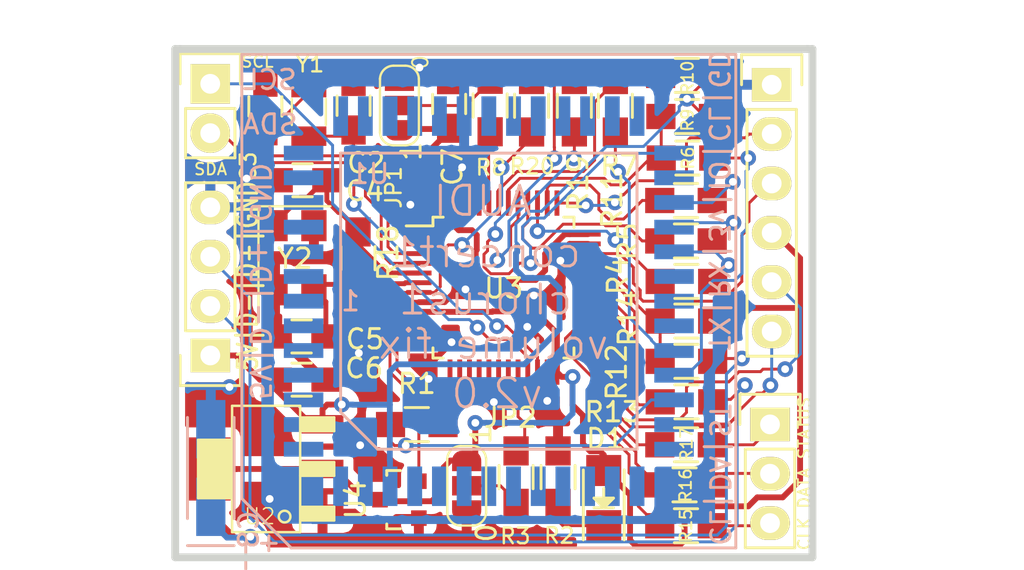
<source format=kicad_pcb>
(kicad_pcb (version 20200119) (host pcbnew "5.99.0-unknown-9c2a260~88~ubuntu18.04.1")
  (layers (0 "F.Cu" signal) (31 "B.Cu" signal) (34 "B.Paste" user) (35 "F.Paste" user) (36 "B.SilkS" user) (37 "F.SilkS" user) (38 "B.Mask" user) (39 "F.Mask" user) (44 "Edge.Cuts" user))
  (net 0 "")
  (net 1 "GND")
  (net 2 "/OSC32IN")
  (net 3 "/OSC32OUT")
  (net 4 "/OSCIN")
  (net 5 "/OSCOUT")
  (net 6 "5V")
  (net 7 "3V3")
  (net 8 "/SDA_TO_TDA")
  (net 9 "/SCL_TO_TDA")
  (net 10 "Net-(CON2-Pad3)")
  (net 11 "Net-(CON2-Pad2)")
  (net 12 "/CLOCK_TO_PANEL")
  (net 13 "/DATA_TO_PANEL")
  (net 14 "/STATUS_TO_PANEL")
  (net 15 "/TX")
  (net 16 "/RX")
  (net 17 "/SWDIO")
  (net 18 "/SWDCLK")
  (net 19 "Net-(D1-Pad1)")
  (net 20 "/BOOT0")
  (net 21 "/BOOT1")
  (net 22 "Net-(R1-Pad2)")
  (net 23 "/GALA")
  (net 24 "Net-(R3-Pad1)")
  (net 25 "Net-(R4-Pad1)")
  (net 26 "/CLOCK_FROM_MCU")
  (net 27 "Net-(R5-Pad2)")
  (net 28 "/DATA_FROM_MCU")
  (net 29 "/SCL_FROM_MOTO")
  (net 30 "Net-(R6-Pad1)")
  (net 31 "Net-(R10-Pad1)")
  (net 32 "/SDA_FROM_MOTO")
  (net 33 "Net-(R8-Pad1)")
  (net 34 "/STATUS_FROM_MCU")
  (net 35 "Net-(R11-Pad1)")
  (net 36 "/USB+")
  (net 37 "/USB-")
  (net 38 "Net-(R15-Pad2)")
  (net 39 "Net-(R16-Pad2)")
  (net 40 "Net-(R17-Pad2)")
  (net 41 "Net-(R19-Pad2)")
  (net 42 "/RESET_KA")
  (net 43 "/RESET")
  (module "Jumper:SolderJumper-3_P1.3mm_Open_RoundedPad1.0x1.5mm_NumberLabels" (layer "F.Cu") (at 116.586 93.599 90)
    (fp_text reference "JP2" (at 3.5052 2.2479 180) (layer "F.SilkS"))
    (fp_text value "SolderJumper_3_Open" hide)
    (fp_text user "0" (at -2.42824 1.01854 90) (layer "F.SilkS"))
    (fp_text user "1" (at 2.63144 0.74168 90) (layer "F.SilkS"))
    (pad "3" smd rect (at 1 0 90) (size 0.5 1.5) (layers "F.Cu" "F.Mask") (net 7 "3V3"))
    (pad "3" smd roundrect (at 1.3 0 90) (size 1 1.5) (layers "F.Cu" "F.Mask") (roundrect_rratio 0.5) (net 7 "3V3"))
    (pad "2" smd rect (at 0 0 90) (size 1 1.5) (layers "F.Cu" "F.Mask") (net 21 "/BOOT1"))
    (pad "1" smd rect (at -1 0 90) (size 0.5 1.5) (layers "F.Cu" "F.Mask") (net 1 "GND"))
    (pad "1" smd roundrect (at -1.3 0 90) (size 1 1.5) (layers "F.Cu" "F.Mask") (roundrect_rratio 0.5) (net 1 "GND"))
  )
  (module "Housings_QFP:LQFP-48_7x7mm_Pitch0.5mm" (layer "F.Cu") (at 118.4783 83.4009)
    (fp_text reference "U3" (at 0.0127 0.0381) (layer "F.SilkS"))
    (fp_text value "STM32F103C8Tx")
    (pad "1" smd rect (at -4.35 -2.75) (size 1.3 0.25) (layers "F.Cu" "F.Paste" "F.Mask"))
    (pad "2" smd rect (at -4.35 -2.25) (size 1.3 0.25) (layers "F.Cu" "F.Paste" "F.Mask"))
    (pad "3" smd rect (at -4.35 -1.75) (size 1.3 0.25) (layers "F.Cu" "F.Paste" "F.Mask") (net 2 "/OSC32IN"))
    (pad "4" smd rect (at -4.35 -1.25) (size 1.3 0.25) (layers "F.Cu" "F.Paste" "F.Mask") (net 3 "/OSC32OUT"))
    (pad "5" smd rect (at -4.35 -0.75) (size 1.3 0.25) (layers "F.Cu" "F.Paste" "F.Mask") (net 4 "/OSCIN"))
    (pad "6" smd rect (at -4.35 -0.25) (size 1.3 0.25) (layers "F.Cu" "F.Paste" "F.Mask") (net 5 "/OSCOUT"))
    (pad "7" smd rect (at -4.35 0.25) (size 1.3 0.25) (layers "F.Cu" "F.Paste" "F.Mask") (net 43 "/RESET"))
    (pad "8" smd rect (at -4.35 0.75) (size 1.3 0.25) (layers "F.Cu" "F.Paste" "F.Mask") (net 1 "GND"))
    (pad "9" smd rect (at -4.35 1.25) (size 1.3 0.25) (layers "F.Cu" "F.Paste" "F.Mask") (net 7 "3V3"))
    (pad "10" smd rect (at -4.35 1.75) (size 1.3 0.25) (layers "F.Cu" "F.Paste" "F.Mask") (net 22 "Net-(R1-Pad2)"))
    (pad "11" smd rect (at -4.35 2.25) (size 1.3 0.25) (layers "F.Cu" "F.Paste" "F.Mask"))
    (pad "12" smd rect (at -4.35 2.75) (size 1.3 0.25) (layers "F.Cu" "F.Paste" "F.Mask"))
    (pad "13" smd rect (at -2.75 4.35 90) (size 1.3 0.25) (layers "F.Cu" "F.Paste" "F.Mask"))
    (pad "14" smd rect (at -2.25 4.35 90) (size 1.3 0.25) (layers "F.Cu" "F.Paste" "F.Mask"))
    (pad "15" smd rect (at -1.75 4.35 90) (size 1.3 0.25) (layers "F.Cu" "F.Paste" "F.Mask"))
    (pad "16" smd rect (at -1.25 4.35 90) (size 1.3 0.25) (layers "F.Cu" "F.Paste" "F.Mask"))
    (pad "17" smd rect (at -0.75 4.35 90) (size 1.3 0.25) (layers "F.Cu" "F.Paste" "F.Mask"))
    (pad "18" smd rect (at -0.25 4.35 90) (size 1.3 0.25) (layers "F.Cu" "F.Paste" "F.Mask"))
    (pad "19" smd rect (at 0.25 4.35 90) (size 1.3 0.25) (layers "F.Cu" "F.Paste" "F.Mask"))
    (pad "20" smd rect (at 0.75 4.35 90) (size 1.3 0.25) (layers "F.Cu" "F.Paste" "F.Mask") (net 24 "Net-(R3-Pad1)"))
    (pad "21" smd rect (at 1.25 4.35 90) (size 1.3 0.25) (layers "F.Cu" "F.Paste" "F.Mask") (net 9 "/SCL_TO_TDA"))
    (pad "22" smd rect (at 1.75 4.35 90) (size 1.3 0.25) (layers "F.Cu" "F.Paste" "F.Mask") (net 8 "/SDA_TO_TDA"))
    (pad "23" smd rect (at 2.25 4.35 90) (size 1.3 0.25) (layers "F.Cu" "F.Paste" "F.Mask") (net 1 "GND"))
    (pad "24" smd rect (at 2.75 4.35 90) (size 1.3 0.25) (layers "F.Cu" "F.Paste" "F.Mask") (net 7 "3V3"))
    (pad "25" smd rect (at 4.35 2.75) (size 1.3 0.25) (layers "F.Cu" "F.Paste" "F.Mask"))
    (pad "26" smd rect (at 4.35 2.25) (size 1.3 0.25) (layers "F.Cu" "F.Paste" "F.Mask") (net 38 "Net-(R15-Pad2)"))
    (pad "27" smd rect (at 4.35 1.75) (size 1.3 0.25) (layers "F.Cu" "F.Paste" "F.Mask") (net 39 "Net-(R16-Pad2)"))
    (pad "28" smd rect (at 4.35 1.25) (size 1.3 0.25) (layers "F.Cu" "F.Paste" "F.Mask") (net 40 "Net-(R17-Pad2)"))
    (pad "29" smd rect (at 4.35 0.75) (size 1.3 0.25) (layers "F.Cu" "F.Paste" "F.Mask"))
    (pad "30" smd rect (at 4.35 0.25) (size 1.3 0.25) (layers "F.Cu" "F.Paste" "F.Mask") (net 15 "/TX"))
    (pad "31" smd rect (at 4.35 -0.25) (size 1.3 0.25) (layers "F.Cu" "F.Paste" "F.Mask") (net 16 "/RX"))
    (pad "32" smd rect (at 4.35 -0.75) (size 1.3 0.25) (layers "F.Cu" "F.Paste" "F.Mask") (net 37 "/USB-"))
    (pad "33" smd rect (at 4.35 -1.25) (size 1.3 0.25) (layers "F.Cu" "F.Paste" "F.Mask") (net 36 "/USB+"))
    (pad "34" smd rect (at 4.35 -1.75) (size 1.3 0.25) (layers "F.Cu" "F.Paste" "F.Mask") (net 17 "/SWDIO"))
    (pad "35" smd rect (at 4.35 -2.25) (size 1.3 0.25) (layers "F.Cu" "F.Paste" "F.Mask") (net 1 "GND"))
    (pad "36" smd rect (at 4.35 -2.75) (size 1.3 0.25) (layers "F.Cu" "F.Paste" "F.Mask") (net 7 "3V3"))
    (pad "37" smd rect (at 2.75 -4.35 90) (size 1.3 0.25) (layers "F.Cu" "F.Paste" "F.Mask") (net 18 "/SWDCLK"))
    (pad "38" smd rect (at 2.25 -4.35 90) (size 1.3 0.25) (layers "F.Cu" "F.Paste" "F.Mask") (net 35 "Net-(R11-Pad1)"))
    (pad "39" smd rect (at 1.75 -4.35 90) (size 1.3 0.25) (layers "F.Cu" "F.Paste" "F.Mask") (net 25 "Net-(R4-Pad1)"))
    (pad "40" smd rect (at 1.25 -4.35 90) (size 1.3 0.25) (layers "F.Cu" "F.Paste" "F.Mask") (net 27 "Net-(R5-Pad2)"))
    (pad "41" smd rect (at 0.75 -4.35 90) (size 1.3 0.25) (layers "F.Cu" "F.Paste" "F.Mask") (net 41 "Net-(R19-Pad2)"))
    (pad "42" smd rect (at 0.25 -4.35 90) (size 1.3 0.25) (layers "F.Cu" "F.Paste" "F.Mask") (net 30 "Net-(R6-Pad1)"))
    (pad "43" smd rect (at -0.25 -4.35 90) (size 1.3 0.25) (layers "F.Cu" "F.Paste" "F.Mask") (net 31 "Net-(R10-Pad1)"))
    (pad "44" smd rect (at -0.75 -4.35 90) (size 1.3 0.25) (layers "F.Cu" "F.Paste" "F.Mask") (net 33 "Net-(R8-Pad1)"))
    (pad "45" smd rect (at -1.25 -4.35 90) (size 1.3 0.25) (layers "F.Cu" "F.Paste" "F.Mask"))
    (pad "46" smd rect (at -1.75 -4.35 90) (size 1.3 0.25) (layers "F.Cu" "F.Paste" "F.Mask"))
    (pad "47" smd rect (at -2.25 -4.35 90) (size 1.3 0.25) (layers "F.Cu" "F.Paste" "F.Mask") (net 1 "GND"))
    (pad "48" smd rect (at -2.75 -4.35 90) (size 1.3 0.25) (layers "F.Cu" "F.Paste" "F.Mask") (net 7 "3V3"))
  )
  (module "Capacitors_SMD.pretty:C_0805_HandSoldering" (layer "F.Cu") (at 110.7694 74.041 90)
    (fp_text reference "C2" (at -2.9464 0.6477 180) (layer "F.SilkS"))
    (fp_text value "22p")
    (pad "2" smd rect (at 1.25 0 90) (size 1.5 1.25) (layers "F.Cu" "F.Paste" "F.Mask") (net 1 "GND"))
    (pad "1" smd rect (at -1.25 0 90) (size 1.5 1.25) (layers "F.Cu" "F.Paste" "F.Mask") (net 2 "/OSC32IN"))
  )
  (module "Capacitors_SMD.pretty:C_0805_HandSoldering" (layer "F.Cu") (at 106.2355 74.0791 -90)
    (fp_text reference "C3" (at 3.10642 0.87884 90) (layer "F.SilkS") (effects (font (size 0.8 0.8) (thickness 0.125))))
    (fp_text value "22p")
    (pad "1" smd rect (at -1.25 0 270) (size 1.5 1.25) (layers "F.Cu" "F.Paste" "F.Mask") (net 1 "GND"))
    (pad "2" smd rect (at 1.25 0 270) (size 1.5 1.25) (layers "F.Cu" "F.Paste" "F.Mask") (net 3 "/OSC32OUT"))
  )
  (module "Capacitors_SMD.pretty:C_0805_HandSoldering" (layer "F.Cu") (at 108.1459 77.8764 180)
    (fp_text reference "C4" (at -3.20008 -0.56134 180) (layer "F.SilkS"))
    (fp_text value "22p")
    (pad "1" smd rect (at -1.25 0 180) (size 1.5 1.25) (layers "F.Cu" "F.Paste" "F.Mask") (net 4 "/OSCIN"))
    (pad "2" smd rect (at 1.25 0 180) (size 1.5 1.25) (layers "F.Cu" "F.Paste" "F.Mask") (net 1 "GND"))
  )
  (module "Capacitors_SMD.pretty:C_0805_HandSoldering" (layer "F.Cu") (at 108.097 85.9155)
    (fp_text reference "C5" (at 3.2566 0.1397) (layer "F.SilkS"))
    (fp_text value "22p")
    (pad "2" smd rect (at 1.25 0) (size 1.5 1.25) (layers "F.Cu" "F.Paste" "F.Mask") (net 5 "/OSCOUT"))
    (pad "1" smd rect (at -1.25 0) (size 1.5 1.25) (layers "F.Cu" "F.Paste" "F.Mask") (net 1 "GND"))
  )
  (module "Capacitors_SMD.pretty:C_0805_HandSoldering" (layer "F.Cu") (at 108.1024 88.138)
    (fp_text reference "C6" (at 3.2131 -0.59182 -180) (layer "F.SilkS"))
    (fp_text value "100n")
    (pad "1" smd rect (at -1.25 0) (size 1.5 1.25) (layers "F.Cu" "F.Paste" "F.Mask") (net 6 "5V"))
    (pad "2" smd rect (at 1.25 0) (size 1.5 1.25) (layers "F.Cu" "F.Paste" "F.Mask") (net 1 "GND"))
  )
  (module "Capacitors_SMD.pretty:C_0805_HandSoldering" (layer "F.Cu") (at 115.6843 73.94956 90)
    (fp_text reference "C7" (at -3.2385 0.1651 90) (layer "F.SilkS"))
    (fp_text value "100n")
    (pad "2" smd rect (at 1.25 0 90) (size 1.5 1.25) (layers "F.Cu" "F.Paste" "F.Mask") (net 1 "GND"))
    (pad "1" smd rect (at -1.25 0 90) (size 1.5 1.25) (layers "F.Cu" "F.Paste" "F.Mask") (net 7 "3V3"))
  )
  (module "Resistors_SMD.pretty:R_0805_HandSoldering" (layer "F.Cu") (at 114.0206 90.4494)
    (fp_text reference "R1" (at 0 -2.1) (layer "F.SilkS"))
    (fp_text value "1k")
    (pad "1" smd rect (at -1.35 0) (size 1.5 1.3) (layers "F.Cu" "F.Paste" "F.Mask") (net 23 "/GALA"))
    (pad "2" smd rect (at 1.35 0) (size 1.5 1.3) (layers "F.Cu" "F.Paste" "F.Mask") (net 22 "Net-(R1-Pad2)"))
  )
  (module "Jumper:SolderJumper-3_P1.3mm_Open_RoundedPad1.0x1.5mm_NumberLabels" (layer "F.Cu") (at 113.12906 74.03084 -90)
    (fp_text reference "JP1" (at 4.20878 0.30226 90) (layer "F.SilkS") (effects (font (size 0.8 0.8) (thickness 0.125))))
    (fp_text value "SolderJumper_3_Open" hide)
    (fp_text user "1" (at 2.3576 -0.6096 -90) (layer "F.SilkS"))
    (fp_text user "0" (at -2.2225 -1.08204 90) (layer "F.SilkS") (effects (font (size 0.8 0.8) (thickness 0.1))))
    (pad "1" smd roundrect (at -1.3 0 270) (size 1 1.5) (layers "F.Cu" "F.Mask") (roundrect_rratio 0.5) (net 1 "GND"))
    (pad "1" smd rect (at -1 0 270) (size 0.5 1.5) (layers "F.Cu" "F.Mask") (net 1 "GND"))
    (pad "2" smd rect (at 0 0 270) (size 1 1.5) (layers "F.Cu" "F.Mask") (net 20 "/BOOT0"))
    (pad "3" smd roundrect (at 1.3 0 270) (size 1 1.5) (layers "F.Cu" "F.Mask") (roundrect_rratio 0.5) (net 7 "3V3"))
    (pad "3" smd rect (at 1 0 270) (size 0.5 1.5) (layers "F.Cu" "F.Mask") (net 7 "3V3"))
  )
  (module "Resistors_SMD.pretty:R_0805_HandSoldering" (layer "F.Cu") (at 127.8852 85.12302 180)
    (fp_text reference "R14" (at 2.97054 0.14986 90) (layer "F.SilkS"))
    (fp_text value "1k5")
    (pad "1" smd rect (at -1.35 0 180) (size 1.5 1.3) (layers "F.Cu" "F.Paste" "F.Mask") (net 7 "3V3"))
    (pad "2" smd rect (at 1.35 0 180) (size 1.5 1.3) (layers "F.Cu" "F.Paste" "F.Mask") (net 36 "/USB+"))
  )
  (module "Resistors_SMD.pretty:R_0805_HandSoldering" (layer "F.Cu") (at 117.7925 74.03084 90)
    (fp_text reference "R8" (at -3.1877 0.0381) (layer "F.SilkS") (effects (font (size 0.8 0.8) (thickness 0.125))))
    (fp_text value "100k")
    (pad "1" smd rect (at -1.35 0 90) (size 1.5 1.3) (layers "F.Cu" "F.Paste" "F.Mask") (net 33 "Net-(R8-Pad1)"))
    (pad "2" smd rect (at 1.35 0 90) (size 1.5 1.3) (layers "F.Cu" "F.Paste" "F.Mask") (net 20 "/BOOT0"))
  )
  (module "TO_SOT_Packages_SMD.pretty:SOT-23" (layer "F.Cu") (at 113.12652 94.31528 90)
    (fp_text reference "U4" (at 0 -2.25 90) (layer "F.SilkS"))
    (fp_text value "MAX809")
    (pad "3" smd rect (at 0 -0.99822 90) (size 0.8001 0.8001) (layers "F.Cu" "F.Paste" "F.Mask") (net 7 "3V3"))
    (pad "2" smd rect (at 0.95 1.00076 90) (size 0.8001 0.8001) (layers "F.Cu" "F.Paste" "F.Mask") (net 43 "/RESET"))
    (pad "1" smd rect (at -0.95 1.00076 90) (size 0.8001 0.8001) (layers "F.Cu" "F.Paste" "F.Mask") (net 1 "GND"))
  )
  (module "Resistors_SMD.pretty:R_0805_HandSoldering" (layer "F.Cu") (at 119.92356 74.04226 -90)
    (fp_text reference "R20" (at 3.11278 -0.02794) (layer "F.SilkS") (effects (font (size 0.8 0.8) (thickness 0.125))))
    (fp_text value "1k")
    (pad "2" smd rect (at 1.35 0 270) (size 1.5 1.3) (layers "F.Cu" "F.Paste" "F.Mask") (net 43 "/RESET"))
    (pad "1" smd rect (at -1.35 0 270) (size 1.5 1.3) (layers "F.Cu" "F.Paste" "F.Mask") (net 42 "/RESET_KA"))
  )
  (module "Pin_Headers.pretty:Pin_Header_Straight_1x06" (layer "F.Cu") (at 132.2705 72.9615)
    (fp_text reference "CON4" hide)
    (fp_text value "JLINK")
    (pad "6" thru_hole oval (at 0 12.7) (size 2.032 1.7272) (drill 1.016) (layers *.Cu *.Mask "F.SilkS") (net 15 "/TX"))
    (pad "5" thru_hole oval (at 0 10.16) (size 2.032 1.7272) (drill 1.016) (layers *.Cu *.Mask "F.SilkS") (net 16 "/RX"))
    (pad "4" thru_hole oval (at 0 7.62) (size 2.032 1.7272) (drill 1.016) (layers *.Cu *.Mask "F.SilkS") (net 7 "3V3"))
    (pad "3" thru_hole oval (at 0 5.08) (size 2.032 1.7272) (drill 1.016) (layers *.Cu *.Mask "F.SilkS") (net 17 "/SWDIO"))
    (pad "2" thru_hole oval (at 0 2.54) (size 2.032 1.7272) (drill 1.016) (layers *.Cu *.Mask "F.SilkS") (net 18 "/SWDCLK"))
    (pad "1" thru_hole rect (at 0 0) (size 2.032 1.7272) (drill 1.016) (layers *.Cu *.Mask "F.SilkS") (net 1 "GND"))
  )
  (module "Pin_Headers.pretty:Pin_Header_Straight_1x03" (layer "F.Cu") (at 132.18414 90.44178)
    (fp_text reference "CON3" hide)
    (fp_text value "SPI_TO_PANEL")
    (pad "3" thru_hole oval (at 0 5.08) (size 2.032 1.7272) (drill 1.016) (layers *.Cu *.Mask "F.SilkS") (net 12 "/CLOCK_TO_PANEL"))
    (pad "2" thru_hole oval (at 0 2.54) (size 2.032 1.7272) (drill 1.016) (layers *.Cu *.Mask "F.SilkS") (net 13 "/DATA_TO_PANEL"))
    (pad "1" thru_hole rect (at 0 0) (size 2.032 1.7272) (drill 1.016) (layers *.Cu *.Mask "F.SilkS") (net 14 "/STATUS_TO_PANEL"))
  )
  (module "Pin_Headers.pretty:Pin_Header_Straight_1x04" (layer "F.Cu") (at 103.4034 86.8934 180)
    (fp_text reference "CON2" hide)
    (fp_text value "USB")
    (pad "4" thru_hole oval (at 0 7.62 180) (size 2.032 1.7272) (drill 1.016) (layers *.Cu *.Mask "F.SilkS") (net 1 "GND"))
    (pad "3" thru_hole oval (at 0 5.08 180) (size 2.032 1.7272) (drill 1.016) (layers *.Cu *.Mask "F.SilkS") (net 10 "Net-(CON2-Pad3)"))
    (pad "2" thru_hole oval (at 0 2.54 180) (size 2.032 1.7272) (drill 1.016) (layers *.Cu *.Mask "F.SilkS") (net 11 "Net-(CON2-Pad2)"))
    (pad "1" thru_hole rect (at 0 0 180) (size 2.032 1.7272) (drill 1.016) (layers *.Cu *.Mask "F.SilkS") (net 6 "5V"))
  )
  (module "Resistors_SMD.pretty:R_0805_HandSoldering" (layer "F.Cu") (at 122.1232 74.041 -90)
    (fp_text reference "R19" (at 3.98018 -0.18796 90) (layer "F.SilkS"))
    (fp_text value "1k")
    (pad "2" smd rect (at 1.35 0 270) (size 1.5 1.3) (layers "F.Cu" "F.Paste" "F.Mask") (net 41 "Net-(R19-Pad2)"))
    (pad "1" smd rect (at -1.35 0 270) (size 1.5 1.3) (layers "F.Cu" "F.Paste" "F.Mask") (net 42 "/RESET_KA"))
  )
  (module "Crystals:Crystal_SMD_5032-4pin_5.0x3.2mm" (layer "F.Cu") (at 107.7308 81.8652 -90)
    (fp_text reference "Y2" (at 0.0371 -0.01854) (layer "F.SilkS"))
    (fp_text value "8MHz")
    (pad "1" smd rect (at -1.65 1 270) (size 1.6 1.3) (layers "F.Cu" "F.Paste" "F.Mask") (net 4 "/OSCIN"))
    (pad "2" smd rect (at 1.65 1 270) (size 1.6 1.3) (layers "F.Cu" "F.Paste" "F.Mask") (net 1 "GND"))
    (pad "3" smd rect (at 1.65 -1 270) (size 1.6 1.3) (layers "F.Cu" "F.Paste" "F.Mask") (net 5 "/OSCOUT"))
    (pad "4" smd rect (at -1.65 -1 270) (size 1.6 1.3) (layers "F.Cu" "F.Paste" "F.Mask") (net 1 "GND"))
  )
  (module "Crystals:Crystal_SMD_3215-2pin_3.2x1.5mm" (layer "F.Cu") (at 108.4707 74.3585 -90)
    (fp_text reference "Y1" (at -2.4511 -0.0635) (layer "F.SilkS") (effects (font (size 0.8 0.8) (thickness 0.125))))
    (fp_text value "32.768kHz")
    (pad "1" smd rect (at 1.25 0 270) (size 1 1.8) (layers "F.Cu" "F.Paste" "F.Mask") (net 2 "/OSC32IN"))
    (pad "2" smd rect (at -1.25 0 270) (size 1 1.8) (layers "F.Cu" "F.Paste" "F.Mask") (net 3 "/OSC32OUT"))
  )
  (module "Resistors_SMD.pretty:R_0805_HandSoldering" (layer "F.Cu") (at 110.998 81.8858 90)
    (fp_text reference "R18" (at 0.2756 1.5494 90) (layer "F.SilkS"))
    (fp_text value "1M")
    (pad "2" smd rect (at 1.35 0 90) (size 1.5 1.3) (layers "F.Cu" "F.Paste" "F.Mask") (net 4 "/OSCIN"))
    (pad "1" smd rect (at -1.35 0 90) (size 1.5 1.3) (layers "F.Cu" "F.Paste" "F.Mask") (net 5 "/OSCOUT"))
  )
  (module "Resistors_SMD.pretty:R_0805_HandSoldering" (layer "F.Cu") (at 127.8674 91.4908 180)
    (fp_text reference "R17" (at -0.0216 0.0254 270) (layer "F.SilkS") (effects (font (size 0.6 0.6) (thickness 0.1))))
    (fp_text value "1k")
    (pad "2" smd rect (at 1.35 0 180) (size 1.5 1.3) (layers "F.Cu" "F.Paste" "F.Mask") (net 40 "Net-(R17-Pad2)"))
    (pad "1" smd rect (at -1.35 0 180) (size 1.5 1.3) (layers "F.Cu" "F.Paste" "F.Mask") (net 14 "/STATUS_TO_PANEL"))
  )
  (module "Resistors_SMD.pretty:R_0805_HandSoldering" (layer "F.Cu") (at 127.78994 93.55328 180)
    (fp_text reference "R16" (at -0.0508 -0.0254 270) (layer "F.SilkS") (effects (font (size 0.6 0.6) (thickness 0.1))))
    (fp_text value "1k")
    (pad "1" smd rect (at -1.35 0 180) (size 1.5 1.3) (layers "F.Cu" "F.Paste" "F.Mask") (net 13 "/DATA_TO_PANEL"))
    (pad "2" smd rect (at 1.35 0 180) (size 1.5 1.3) (layers "F.Cu" "F.Paste" "F.Mask") (net 39 "Net-(R16-Pad2)"))
  )
  (module "Resistors_SMD.pretty:R_0805_HandSoldering" (layer "F.Cu") (at 127.8636 95.6564 180)
    (fp_text reference "R15" (at 0 0 270) (layer "F.SilkS") (effects (font (size 0.6 0.6) (thickness 0.1))))
    (fp_text value "1k")
    (pad "2" smd rect (at 1.35 0 180) (size 1.5 1.3) (layers "F.Cu" "F.Paste" "F.Mask") (net 38 "Net-(R15-Pad2)"))
    (pad "1" smd rect (at -1.35 0 180) (size 1.5 1.3) (layers "F.Cu" "F.Paste" "F.Mask") (net 12 "/CLOCK_TO_PANEL"))
  )
  (module "Resistors_SMD.pretty:R_0805_HandSoldering" (layer "F.Cu") (at 127.889 89.281 180)
    (fp_text reference "R13" (at 3.79476 -0.52324) (layer "F.SilkS"))
    (fp_text value "20")
    (pad "2" smd rect (at 1.35 0 180) (size 1.5 1.3) (layers "F.Cu" "F.Paste" "F.Mask") (net 37 "/USB-"))
    (pad "1" smd rect (at -1.35 0 180) (size 1.5 1.3) (layers "F.Cu" "F.Paste" "F.Mask") (net 11 "Net-(CON2-Pad2)"))
  )
  (module "Resistors_SMD.pretty:R_0805_HandSoldering" (layer "F.Cu") (at 127.88646 87.19566)
    (fp_text reference "R12" (at -3.59156 0.55626 90) (layer "F.SilkS"))
    (fp_text value "20")
    (pad "1" smd rect (at -1.35 0) (size 1.5 1.3) (layers "F.Cu" "F.Paste" "F.Mask") (net 36 "/USB+"))
    (pad "2" smd rect (at 1.35 0) (size 1.5 1.3) (layers "F.Cu" "F.Paste" "F.Mask") (net 10 "Net-(CON2-Pad3)"))
  )
  (module "LEDs.pretty:LED-1206" (layer "F.Cu") (at 123.6345 94.234 90)
    (fp_text reference "D1" (at 3.048 0.0762 -180) (layer "F.SilkS"))
    (fp_text value "red")
    (pad "1" smd rect (at -1.41986 0 270) (size 1.59766 1.80086) (layers "F.Cu" "F.Paste" "F.Mask") (net 19 "Net-(D1-Pad1)"))
    (pad "2" smd rect (at 1.41986 0 270) (size 1.59766 1.80086) (layers "F.Cu" "F.Paste" "F.Mask") (net 7 "3V3"))
  )
  (module "Pin_Headers.pretty:Pin_Header_Straight_1x02" (layer "F.Cu") (at 103.40086 72.91324)
    (fp_text reference "CON1" hide)
    (fp_text value "I2C_to_TDA")
    (pad "2" thru_hole oval (at 0 2.54) (size 2.032 2.032) (drill 1.016) (layers *.Cu *.Mask "F.SilkS") (net 8 "/SDA_TO_TDA"))
    (pad "1" thru_hole rect (at 0 0) (size 2.032 2.032) (drill 1.016) (layers *.Cu *.Mask "F.SilkS") (net 9 "/SCL_TO_TDA"))
  )
  (module "Resistors_SMD.pretty:R_0805_HandSoldering" (layer "F.Cu") (at 127.9398 76.7334)
    (fp_text reference "R6" (at 0.0254 0 90) (layer "F.SilkS") (effects (font (size 0.6 0.6) (thickness 0.1))))
    (fp_text value "1k")
    (pad "2" smd rect (at 1.35 0) (size 1.5 1.3) (layers "F.Cu" "F.Paste" "F.Mask") (net 29 "/SCL_FROM_MOTO"))
    (pad "1" smd rect (at -1.35 0) (size 1.5 1.3) (layers "F.Cu" "F.Paste" "F.Mask") (net 30 "Net-(R6-Pad1)"))
  )
  (module "Resistors_SMD.pretty:R_0805_HandSoldering" (layer "F.Cu") (at 127.8636 81.0006 180)
    (fp_text reference "R5" (at 2.97434 -0.02286 270) (layer "F.SilkS"))
    (fp_text value "1k")
    (pad "2" smd rect (at 1.35 0 180) (size 1.5 1.3) (layers "F.Cu" "F.Paste" "F.Mask") (net 27 "Net-(R5-Pad2)"))
    (pad "1" smd rect (at -1.35 0 180) (size 1.5 1.3) (layers "F.Cu" "F.Paste" "F.Mask") (net 28 "/DATA_FROM_MCU"))
  )
  (module "Resistors_SMD.pretty:R_0805_HandSoldering" (layer "F.Cu") (at 127.8852 83.0834)
    (fp_text reference "R4" (at -3.52934 -0.28448 90) (layer "F.SilkS"))
    (fp_text value "1k")
    (pad "1" smd rect (at -1.35 0) (size 1.5 1.3) (layers "F.Cu" "F.Paste" "F.Mask") (net 25 "Net-(R4-Pad1)"))
    (pad "2" smd rect (at 1.35 0) (size 1.5 1.3) (layers "F.Cu" "F.Paste" "F.Mask") (net 26 "/CLOCK_FROM_MCU"))
  )
  (module "modules:PLCC-52_mirrored" (layer "F.Cu") (at 117.724601 84.0994)
    (fp_text reference "U1" (at -6.117001 -6.5532) (layer "B.SilkS") (effects (justify mirror)))
    (fp_text value "68HC05_PLCC")
    (fp_text user "1" (at -7.112 0) (layer "B.SilkS") (effects (justify mirror)))
    (pad "1" smd rect (at -9.525 0) (size 2.032 0.762) (layers "B.Cu" "B.Paste" "B.Mask"))
    (pad "2" smd rect (at -9.525 1.27) (size 2.032 0.762) (layers "B.Cu" "B.Paste" "B.Mask"))
    (pad "3" smd rect (at -9.525 2.54) (size 2.032 0.762) (layers "B.Cu" "B.Paste" "B.Mask"))
    (pad "4" smd rect (at -9.525 3.81) (size 2.032 0.762) (layers "B.Cu" "B.Paste" "B.Mask"))
    (pad "5" smd rect (at -9.525 5.08) (size 2.032 0.762) (layers "B.Cu" "B.Paste" "B.Mask"))
    (pad "6" smd rect (at -9.525 6.35) (size 2.032 0.762) (layers "B.Cu" "B.Paste" "B.Mask"))
    (pad "7" smd rect (at -9.525 7.62) (size 2.032 0.762) (layers "B.Cu" "B.Paste" "B.Mask"))
    (pad "8" smd rect (at -7.62 9.525) (size 0.762 2.032) (layers "B.Cu" "B.Paste" "B.Mask"))
    (pad "9" smd rect (at -6.35 9.525) (size 0.762 2.032) (layers "B.Cu" "B.Paste" "B.Mask"))
    (pad "10" smd rect (at -5.08 9.525) (size 0.762 2.032) (layers "B.Cu" "B.Paste" "B.Mask") (net 6 "5V"))
    (pad "11" smd rect (at -3.81 9.525) (size 0.762 2.032) (layers "B.Cu" "B.Paste" "B.Mask"))
    (pad "12" smd rect (at -2.54 9.525) (size 0.762 2.032) (layers "B.Cu" "B.Paste" "B.Mask"))
    (pad "13" smd rect (at -1.27 9.525) (size 0.762 2.032) (layers "B.Cu" "B.Paste" "B.Mask"))
    (pad "14" smd rect (at 0 9.525) (size 0.762 2.032) (layers "B.Cu" "B.Paste" "B.Mask"))
    (pad "15" smd rect (at 1.27 9.525) (size 0.762 2.032) (layers "B.Cu" "B.Paste" "B.Mask"))
    (pad "16" smd rect (at 2.54 9.525) (size 0.762 2.032) (layers "B.Cu" "B.Paste" "B.Mask"))
    (pad "17" smd rect (at 3.81 9.525) (size 0.762 2.032) (layers "B.Cu" "B.Paste" "B.Mask"))
    (pad "18" smd rect (at 5.08 9.525) (size 0.762 2.032) (layers "B.Cu" "B.Paste" "B.Mask"))
    (pad "19" smd rect (at 6.35 9.525) (size 0.762 2.032) (layers "B.Cu" "B.Paste" "B.Mask"))
    (pad "20" smd rect (at 7.62 9.525) (size 0.762 2.032) (layers "B.Cu" "B.Paste" "B.Mask"))
    (pad "21" smd rect (at 9.525 7.62) (size 2.032 0.762) (layers "B.Cu" "B.Paste" "B.Mask"))
    (pad "22" smd rect (at 9.525 6.35) (size 2.032 0.762) (layers "B.Cu" "B.Paste" "B.Mask"))
    (pad "23" smd rect (at 9.525 5.08) (size 2.032 0.762) (layers "B.Cu" "B.Paste" "B.Mask") (net 23 "/GALA"))
    (pad "24" smd rect (at 9.525 3.81) (size 2.032 0.762) (layers "B.Cu" "B.Paste" "B.Mask") (net 29 "/SCL_FROM_MOTO"))
    (pad "25" smd rect (at 9.525 2.54) (size 2.032 0.762) (layers "B.Cu" "B.Paste" "B.Mask") (net 32 "/SDA_FROM_MOTO"))
    (pad "26" smd rect (at 9.525 1.27) (size 2.032 0.762) (layers "B.Cu" "B.Paste" "B.Mask"))
    (pad "27" smd rect (at 9.525 0) (size 2.032 0.762) (layers "B.Cu" "B.Paste" "B.Mask"))
    (pad "28" smd rect (at 9.525 -1.27) (size 2.032 0.762) (layers "B.Cu" "B.Paste" "B.Mask"))
    (pad "29" smd rect (at 9.525 -2.54) (size 2.032 0.762) (layers "B.Cu" "B.Paste" "B.Mask") (net 26 "/CLOCK_FROM_MCU"))
    (pad "30" smd rect (at 9.525 -3.81) (size 2.032 0.762) (layers "B.Cu" "B.Paste" "B.Mask") (net 28 "/DATA_FROM_MCU"))
    (pad "31" smd rect (at 9.525 -5.08) (size 2.032 0.762) (layers "B.Cu" "B.Paste" "B.Mask") (net 34 "/STATUS_FROM_MCU"))
    (pad "32" smd rect (at 9.525 -6.35) (size 2.032 0.762) (layers "B.Cu" "B.Paste" "B.Mask"))
    (pad "33" smd rect (at 9.525 -7.62) (size 2.032 0.762) (layers "B.Cu" "B.Paste" "B.Mask") (net 42 "/RESET_KA"))
    (pad "34" smd rect (at 7.62 -9.525) (size 0.762 2.032) (layers "B.Cu" "B.Paste" "B.Mask"))
    (pad "35" smd rect (at 6.35 -9.525) (size 0.762 2.032) (layers "B.Cu" "B.Paste" "B.Mask"))
    (pad "36" smd rect (at 5.08 -9.525) (size 0.762 2.032) (layers "B.Cu" "B.Paste" "B.Mask"))
    (pad "37" smd rect (at 3.81 -9.525) (size 0.762 2.032) (layers "B.Cu" "B.Paste" "B.Mask"))
    (pad "38" smd rect (at 2.54 -9.525) (size 0.762 2.032) (layers "B.Cu" "B.Paste" "B.Mask"))
    (pad "39" smd rect (at 1.27 -9.525) (size 0.762 2.032) (layers "B.Cu" "B.Paste" "B.Mask"))
    (pad "40" smd rect (at 0 -9.525) (size 0.762 2.032) (layers "B.Cu" "B.Paste" "B.Mask"))
    (pad "41" smd rect (at -1.27 -9.525) (size 0.762 2.032) (layers "B.Cu" "B.Paste" "B.Mask") (net 1 "GND"))
    (pad "42" smd rect (at -2.54 -9.525) (size 0.762 2.032) (layers "B.Cu" "B.Paste" "B.Mask"))
    (pad "43" smd rect (at -3.81 -9.525) (size 0.762 2.032) (layers "B.Cu" "B.Paste" "B.Mask"))
    (pad "44" smd rect (at -5.08 -9.525) (size 0.762 2.032) (layers "B.Cu" "B.Paste" "B.Mask"))
    (pad "45" smd rect (at -6.35 -9.525) (size 0.762 2.032) (layers "B.Cu" "B.Paste" "B.Mask"))
    (pad "46" smd rect (at -7.62 -9.525) (size 0.762 2.032) (layers "B.Cu" "B.Paste" "B.Mask"))
    (pad "47" smd rect (at -9.525 -7.62) (size 2.032 0.762) (layers "B.Cu" "B.Paste" "B.Mask"))
    (pad "48" smd rect (at -9.525 -6.35) (size 2.032 0.762) (layers "B.Cu" "B.Paste" "B.Mask"))
    (pad "49" smd rect (at -9.525 -5.08) (size 2.032 0.762) (layers "B.Cu" "B.Paste" "B.Mask"))
    (pad "50" smd rect (at -9.525 -3.81) (size 2.032 0.762) (layers "B.Cu" "B.Paste" "B.Mask"))
    (pad "51" smd rect (at -9.525 -2.54) (size 2.032 0.762) (layers "B.Cu" "B.Paste" "B.Mask"))
    (pad "52" smd rect (at -9.525 -1.27) (size 2.032 0.762) (layers "B.Cu" "B.Paste" "B.Mask"))
  )
  (module "ab2_sot.mod:AB2_SOT223" (layer "F.Cu") (at 106.2736 92.7354 90)
    (fp_text reference "U2" (at -2.4384 -0.3302 180) (layer "F.SilkS") (effects (font (size 0.8128 0.8128) (thickness 0.0762))))
    (fp_text value "AP1117-33")
    (pad "3" smd rect (at 2.3 2.9 90) (size 0.95 2.15) (layers "F.Cu" "F.Paste" "F.Mask") (net 6 "5V"))
    (pad "2" smd rect (at 0 2.9 90) (size 0.95 2.15) (layers "F.Cu" "F.Paste" "F.Mask") (net 7 "3V3"))
    (pad "1" smd rect (at -2.3 2.9 90) (size 0.95 2.15) (layers "F.Cu" "F.Paste" "F.Mask") (net 1 "GND"))
    (pad "2" smd rect (at 0 -2.9 90) (size 3.25 2.15) (layers "F.Cu" "F.Paste" "F.Mask") (net 7 "3V3"))
  )
  (module "Resistors_SMD.pretty:R_0805_HandSoldering" (layer "F.Cu") (at 127.8636 78.9178)
    (fp_text reference "R11" (at -3.80492 -0.01778 90) (layer "F.SilkS"))
    (fp_text value "1k")
    (pad "2" smd rect (at 1.35 0) (size 1.5 1.3) (layers "F.Cu" "F.Paste" "F.Mask") (net 34 "/STATUS_FROM_MCU"))
    (pad "1" smd rect (at -1.35 0) (size 1.5 1.3) (layers "F.Cu" "F.Paste" "F.Mask") (net 35 "Net-(R11-Pad1)"))
  )
  (module "Resistors_SMD.pretty:R_0805_HandSoldering" (layer "F.Cu") (at 127.90804 72.48144)
    (fp_text reference "R10" (at 0.03176 0.11176 90) (layer "F.SilkS") (effects (font (size 0.6 0.6) (thickness 0.1))))
    (fp_text value "47k")
    (pad "1" smd rect (at -1.35 0) (size 1.5 1.3) (layers "F.Cu" "F.Paste" "F.Mask") (net 31 "Net-(R10-Pad1)"))
    (pad "2" smd rect (at 1.35 0) (size 1.5 1.3) (layers "F.Cu" "F.Paste" "F.Mask") (net 6 "5V"))
  )
  (module "Resistors_SMD.pretty:R_0805_HandSoldering" (layer "F.Cu") (at 127.92328 74.59472 180)
    (fp_text reference "R9" (at -0.01652 -0.18288 270) (layer "F.SilkS") (effects (font (size 0.6 0.6) (thickness 0.1))))
    (fp_text value "47k")
    (pad "2" smd rect (at 1.35 0 180) (size 1.5 1.3) (layers "F.Cu" "F.Paste" "F.Mask") (net 30 "Net-(R6-Pad1)"))
    (pad "1" smd rect (at -1.35 0 180) (size 1.5 1.3) (layers "F.Cu" "F.Paste" "F.Mask") (net 6 "5V"))
  )
  (module "Resistors_SMD.pretty:R_0805_HandSoldering" (layer "F.Cu") (at 119.126 93.1545 -90)
    (fp_text reference "R3" (at 3.0353 0.0381) (layer "F.SilkS") (effects (font (size 0.8 0.8) (thickness 0.125))))
    (fp_text value "100k")
    (pad "2" smd rect (at 1.35 0 270) (size 1.5 1.3) (layers "F.Cu" "F.Paste" "F.Mask") (net 21 "/BOOT1"))
    (pad "1" smd rect (at -1.35 0 270) (size 1.5 1.3) (layers "F.Cu" "F.Paste" "F.Mask") (net 24 "Net-(R3-Pad1)"))
  )
  (module "Resistors_SMD.pretty:R_0805_HandSoldering" (layer "F.Cu") (at 121.285 93.1545 -90)
    (fp_text reference "R2" (at 3.0099 -0.0635) (layer "F.SilkS") (effects (font (size 0.8 0.8) (thickness 0.125))))
    (fp_text value "1k")
    (pad "2" smd rect (at 1.35 0 270) (size 1.5 1.3) (layers "F.Cu" "F.Paste" "F.Mask") (net 19 "Net-(D1-Pad1)"))
    (pad "1" smd rect (at -1.35 0 270) (size 1.5 1.3) (layers "F.Cu" "F.Paste" "F.Mask") (net 1 "GND"))
  )
  (module "Resistors_SMD.pretty:R_0805_HandSoldering" (layer "F.Cu") (at 124.2314 74.0448 -90)
    (fp_text reference "R7" (at 3.07468 -0.2032) (layer "F.SilkS"))
    (fp_text value "1k")
    (pad "1" smd rect (at -1.35 0 270) (size 1.5 1.3) (layers "F.Cu" "F.Paste" "F.Mask") (net 31 "Net-(R10-Pad1)"))
    (pad "2" smd rect (at 1.35 0 270) (size 1.5 1.3) (layers "F.Cu" "F.Paste" "F.Mask") (net 32 "/SDA_FROM_MOTO"))
  )
  (module "Capacitors_Tantalum_SMD.pretty:TantalC_SizeA_EIA-3216_HandSoldering" (layer "B.Cu") (at 103.4288 92.6846 90)
    (fp_text reference "C8" (at -3.175 1.95072 90) (layer "B.SilkS") (effects (justify mirror)))
    (fp_text value "10u/16V")
    (fp_text user "+" (at -3.87604 2.91084 90) (layer "B.SilkS") (effects (justify mirror)))
    (pad "2" smd rect (at 1.99898 0 90) (size 2.99974 1.50114) (layers "B.Cu" "B.Paste" "B.Mask") (net 1 "GND"))
    (pad "1" smd rect (at -1.99898 0 90) (size 2.99974 1.50114) (layers "B.Cu" "B.Paste" "B.Mask") (net 7 "3V3"))
  )
  (gr_text "v2.0" (at 118.1481 88.8492) (layer "B.SilkS") (effects (font (size 1.5 1.5)) (justify mirror)))
  (gr_line (start 101.6 97.282) (end 134.366 97.282) (layer "Edge.Cuts") (width 0.4))
  (gr_line (start 134.112 71.12) (end 101.854 71.12) (layer "Edge.Cuts") (width 0.4))
  (gr_line (start 101.854 71.12) (end 101.6 71.12) (layer "Edge.Cuts") (width 0.4))
  (gr_line (start 101.6 71.12) (end 101.6 97.282) (layer "Edge.Cuts") (width 0.4))
  (gr_line (start 134.366 97.282) (end 134.366 71.12) (layer "Edge.Cuts") (width 0.4))
  (gr_line (start 134.366 71.12) (end 134.112 71.12) (layer "Edge.Cuts") (width 0.4))
  (gr_text "SCL" (at 105.82402 71.7677) (layer "F.SilkS") (effects (font (size 0.6 0.6) (thickness 0.1))))
  (gr_text "SDA" (at 103.4161 77.3049) (layer "F.SilkS") (effects (font (size 0.6 0.6) (thickness 0.1))))
  (gr_text "CLK DATA STATUS" (at 133.94182 92.97162 90) (layer "F.SilkS") (effects (font (size 0.6 0.6) (thickness 0.1))))
  (gr_text "AUDI" (at 117.4115 78.9432) (layer "B.SilkS") (effects (font (size 1.5 1.5)) (justify mirror)))
  (gr_text "concert1" (at 117.5766 81.5975) (layer "B.SilkS") (effects (font (size 1.5 1.5)) (justify mirror)))
  (gr_text "chorus1" (at 117.5512 84.0232) (layer "B.SilkS") (effects (font (size 1.5 1.5)) (justify mirror)))
  (gr_text "volume fix" (at 117.9576 86.3092) (layer "B.SilkS") (effects (font (size 1.5 1.5)) (justify mirror)))
  (gr_text "5V|D-|D+|GND" (at 105.3338 82.804 90) (layer "F.SilkS") (effects (font (size 1 0.8))))
  (gr_text "SCL" (at 106.46156 72.7075) (layer "B.SilkS") (effects (font (size 1 1)) (justify mirror)))
  (gr_text "SDA" (at 106.47934 75.00112) (layer "B.SilkS") (effects (font (size 1 1)) (justify mirror)))
  (gr_text "5V|D-|D+|GND" (at 105.9561 83.07832 270) (layer "B.SilkS") (effects (font (size 1 1)) (justify mirror)))
  (gr_text "TX|RX|3v|IO|CL|GD" (at 129.54508 78.8924 270) (layer "B.SilkS") (effects (font (size 1 1)) (justify mirror)))
  (gr_text "CL|DA|ST" (at 129.58318 93.0402 270) (layer "B.SilkS") (effects (font (size 1 1)) (justify mirror)))
  (segment (start 116.667115 95.26528) (end 114.12728 95.26528) (width 0.3) (layer "F.Cu") (net 1))
  (segment (start 107.0576 71.9709) (end 106.3117 72.7168) (width 0.3) (layer "F.Cu") (net 1))
  (segment (start 110.5662 71.9709) (end 107.0576 71.9709) (width 0.3) (layer "F.Cu") (net 1))
  (segment (start 118.38686 77.2287) (end 118.3894 77.22616) (width 0.15) (layer "B.Cu") (net 43))
  (segment (start 114.9283 83.6509) (end 114.1283 83.6509) (width 0.15) (layer "F.Cu") (net 43))
  (segment (start 130.02685 84.52441) (end 130.86505 84.52441) (width 0.3) (layer "F.Cu") (net 7))
  (segment (start 129.42824 85.12302) (end 130.02685 84.52441) (width 0.3) (layer "F.Cu") (net 7))
  (segment (start 129.2352 85.12302) (end 129.42824 85.12302) (width 0.3) (layer "F.Cu") (net 7))
  (segment (start 133.66953 84.44789) (end 133.731 84.38642) (width 0.3) (layer "F.Cu") (net 7))
  (segment (start 130.94157 84.44789) (end 133.66953 84.44789) (width 0.3) (layer "F.Cu") (net 7))
  (segment (start 130.86505 84.52441) (end 130.94157 84.44789) (width 0.3) (layer "F.Cu") (net 7))
  (segment (start 133.731 81.8896) (end 133.731 84.38642) (width 0.3) (layer "F.Cu") (net 7))
  (segment (start 133.731 84.38642) (end 133.731 86.63686) (width 0.3) (layer "F.Cu") (net 7))
  (segment (start 126.5898 74.61124) (end 126.57328 74.59472) (width 0.15) (layer "F.Cu") (net 30))
  (segment (start 126.5898 76.7334) (end 126.5898 74.61124) (width 0.15) (layer "F.Cu") (net 30))
  (segment (start 126.55804 72.43064) (end 126.55804 72.48144) (width 0.15) (layer "F.Cu") (net 31))
  (segment (start 126.49708 72.4916) (end 126.55804 72.43064) (width 0.15) (layer "F.Cu") (net 31))
  (segment (start 128.82372 74.59472) (end 129.27328 74.59472) (width 0.15) (layer "F.Cu") (net 6))
  (segment (start 129.25804 72.48144) (end 129.11836 72.48144) (width 0.15) (layer "F.Cu") (net 6))
  (segment (start 106.8524 88.7142) (end 106.8524 88.138) (width 0.3) (layer "F.Cu") (net 6))
  (segment (start 108.5736 90.4354) (end 106.8524 88.7142) (width 0.3) (layer "F.Cu") (net 6))
  (segment (start 109.1736 90.4354) (end 108.5736 90.4354) (width 0.3) (layer "F.Cu") (net 6))
  (segment (start 105.9524 88.138) (end 105.1904 87.376) (width 0.3) (layer "F.Cu") (net 6))
  (segment (start 106.8524 88.138) (end 105.9524 88.138) (width 0.3) (layer "F.Cu") (net 6))
  (segment (start 105.1904 87.3644) (end 104.7194 86.8934) (width 0.3) (layer "F.Cu") (net 6))
  (segment (start 104.7194 86.8934) (end 103.4034 86.8934) (width 0.3) (layer "F.Cu") (net 6))
  (segment (start 105.1904 87.376) (end 105.1904 87.3644) (width 0.3) (layer "F.Cu") (net 6))
  (segment (start 112.644601 92.3084) (end 112.63376 92.297559) (width 0.3) (layer "B.Cu") (net 6))
  (segment (start 112.644601 93.6244) (end 112.644601 92.3084) (width 0.3) (layer "B.Cu") (net 6))
  (segment (start 119.12079 82.503601) (end 119.12079 82.179798) (width 0.3) (layer "B.Cu") (net 6))
  (segment (start 119.99468 82.9056) (end 119.522789 82.9056) (width 0.3) (layer "B.Cu") (net 6))
  (segment (start 119.650996 82.9056) (end 119.99468 82.9056) (width 0.3) (layer "B.Cu") (net 6))
  (segment (start 119.522789 82.9056) (end 119.12079 82.503601) (width 0.3) (layer "B.Cu") (net 6))
  (segment (start 119.184611 81.568443) (end 119.184611 81.225399) (width 0.3) (layer "B.Cu") (net 6))
  (segment (start 119.12079 81.632264) (end 119.184611 81.568443) (width 0.3) (layer "B.Cu") (net 6))
  (segment (start 119.12079 82.503601) (end 119.12079 81.632264) (width 0.3) (layer "B.Cu") (net 6))
  (segment (start 112.99952 87.3506) (end 112.63376 87.71636) (width 0.3) (layer "B.Cu") (net 6))
  (segment (start 119.550202 87.3506) (end 112.99952 87.3506) (width 0.3) (layer "B.Cu") (net 6))
  (segment (start 120.8278 82.9056) (end 121.3612 83.439) (width 0.3) (layer "B.Cu") (net 6))
  (segment (start 119.99468 82.9056) (end 120.8278 82.9056) (width 0.3) (layer "B.Cu") (net 6))
  (segment (start 121.3612 85.539602) (end 119.550202 87.3506) (width 0.3) (layer "B.Cu") (net 6))
  (segment (start 121.3612 83.439) (end 121.3612 85.539602) (width 0.3) (layer "B.Cu") (net 6))
  (segment (start 112.63376 91.65336) (end 112.63376 90.3605) (width 0.3) (layer "B.Cu") (net 6))
  (segment (start 112.63376 92.297559) (end 112.63376 91.65336) (width 0.3) (layer "B.Cu") (net 6))
  (via (at 110.16488 89.41816) (size 0.8) (drill 0.4) (layers "F.Cu" "B.Cu") (net 6))
  (segment (start 109.41584 89.41816) (end 109.599195 89.41816) (width 0.3) (layer "F.Cu") (net 6))
  (segment (start 109.1736 90.4354) (end 109.1736 89.6604) (width 0.3) (layer "F.Cu") (net 6))
  (segment (start 109.1736 89.6604) (end 109.41584 89.41816) (width 0.3) (layer "F.Cu") (net 6))
  (segment (start 109.599195 89.41816) (end 110.16488 89.41816) (width 0.3) (layer "F.Cu") (net 6))
  (segment (start 110.740725 89.42832) (end 112.63376 89.42832) (width 0.3) (layer "B.Cu") (net 6))
  (segment (start 110.730565 89.41816) (end 110.740725 89.42832) (width 0.3) (layer "B.Cu") (net 6))
  (segment (start 110.16488 89.41816) (end 110.730565 89.41816) (width 0.3) (layer "B.Cu") (net 6))
  (segment (start 112.63376 87.71636) (end 112.63376 89.42832) (width 0.3) (layer "B.Cu") (net 6))
  (segment (start 112.63376 89.42832) (end 112.63376 90.3605) (width 0.3) (layer "B.Cu") (net 6))
  (segment (start 111.72901 78.54852) (end 111.72901 77.248822) (width 0.15) (layer "F.Cu") (net 2))
  (segment (start 114.1283 81.6509) (end 112.8929 81.6509) (width 0.15) (layer "F.Cu") (net 2))
  (segment (start 112.8929 81.6509) (end 112.54181 81.29981) (width 0.15) (layer "F.Cu") (net 2))
  (segment (start 112.54181 81.29981) (end 112.54181 79.36132) (width 0.15) (layer "F.Cu") (net 2))
  (segment (start 112.54181 79.36132) (end 111.72901 78.54852) (width 0.15) (layer "F.Cu") (net 2))
  (segment (start 110.7694 76.289212) (end 110.7694 75.291) (width 0.15) (layer "F.Cu") (net 2))
  (segment (start 111.023088 76.5429) (end 110.7694 76.289212) (width 0.15) (layer "F.Cu") (net 2))
  (segment (start 112.669 82.1509) (end 114.1283 82.1509) (width 0.15) (layer "F.Cu") (net 3))
  (segment (start 111.379 77.3938) (end 111.379 78.693498) (width 0.15) (layer "F.Cu") (net 3))
  (segment (start 110.6043 76.6191) (end 111.379 77.3938) (width 0.15) (layer "F.Cu") (net 3))
  (segment (start 106.3117 75.3418) (end 106.3117 76.3016) (width 0.15) (layer "F.Cu") (net 3))
  (segment (start 106.3117 76.3016) (end 106.6292 76.6191) (width 0.15) (layer "F.Cu") (net 3))
  (segment (start 106.6255 76.6191) (end 106.7562 76.6191) (width 0.15) (layer "F.Cu") (net 3))
  (segment (start 106.2355 76.2291) (end 106.6255 76.6191) (width 0.15) (layer "F.Cu") (net 3))
  (segment (start 106.2355 75.3291) (end 106.2355 76.2291) (width 0.15) (layer "F.Cu") (net 3))
  (segment (start 106.7562 76.6191) (end 110.6043 76.6191) (width 0.15) (layer "F.Cu") (net 3))
  (segment (start 106.6292 76.6191) (end 106.7562 76.6191) (width 0.15) (layer "F.Cu") (net 3))
  (segment (start 108.4707 73.3425) (end 108.4707 73.1085) (width 0.15) (layer "F.Cu") (net 3))
  (segment (start 106.4841 75.3291) (end 108.4707 73.3425) (width 0.15) (layer "F.Cu") (net 3))
  (segment (start 106.2355 75.3291) (end 106.4841 75.3291) (width 0.15) (layer "F.Cu") (net 3))
  (segment (start 109.2709 77.8764) (end 109.3959 77.8764) (width 0.25) (layer "F.Cu") (net 4))
  (segment (start 108.0446 78.7514) (end 108.3959 78.7514) (width 0.25) (layer "F.Cu") (net 4))
  (segment (start 106.7308 80.0652) (end 108.0446 78.7514) (width 0.25) (layer "F.Cu") (net 4))
  (segment (start 108.3959 78.7514) (end 109.2709 77.8764) (width 0.25) (layer "F.Cu") (net 4))
  (segment (start 106.7308 80.2152) (end 106.7308 80.0652) (width 0.25) (layer "F.Cu") (net 4))
  (segment (start 112.4451 82.6509) (end 113.2283 82.6509) (width 0.25) (layer "F.Cu") (net 4))
  (segment (start 113.2283 82.6509) (end 114.1283 82.6509) (width 0.25) (layer "F.Cu") (net 4))
  (segment (start 110.998 81.2038) (end 112.4451 82.6509) (width 0.25) (layer "F.Cu") (net 4))
  (segment (start 110.998 80.5358) (end 110.998 81.2038) (width 0.25) (layer "F.Cu") (net 4))
  (segment (start 110.998 80.4358) (end 110.998 80.5358) (width 0.25) (layer "F.Cu") (net 4))
  (segment (start 110.098 79.5358) (end 110.998 80.4358) (width 0.25) (layer "F.Cu") (net 4))
  (segment (start 109.3959 78.9337) (end 109.998 79.5358) (width 0.25) (layer "F.Cu") (net 4))
  (segment (start 109.998 79.5358) (end 110.098 79.5358) (width 0.25) (layer "F.Cu") (net 4))
  (segment (start 109.3959 77.8764) (end 109.3959 78.9337) (width 0.25) (layer "F.Cu") (net 4))
  (segment (start 111.898 83.2358) (end 110.998 83.2358) (width 0.25) (layer "F.Cu") (net 5))
  (segment (start 111.932901 83.200899) (end 111.898 83.2358) (width 0.25) (layer "F.Cu") (net 5))
  (segment (start 113.390021 83.200899) (end 111.932901 83.200899) (width 0.25) (layer "F.Cu") (net 5))
  (segment (start 113.44002 83.1509) (end 113.390021 83.200899) (width 0.25) (layer "F.Cu") (net 5))
  (segment (start 114.1283 83.1509) (end 113.44002 83.1509) (width 0.25) (layer "F.Cu") (net 5))
  (segment (start 109.0102 83.2358) (end 108.7308 83.5152) (width 0.25) (layer "F.Cu") (net 5))
  (segment (start 110.998 83.2358) (end 109.0102 83.2358) (width 0.25) (layer "F.Cu") (net 5))
  (segment (start 109.347 84.1314) (end 108.7308 83.5152) (width 0.25) (layer "F.Cu") (net 5))
  (segment (start 109.347 85.9155) (end 109.347 84.1314) (width 0.25) (layer "F.Cu") (net 5))
  (segment (start 106.525442 72.91324) (end 109.691361 76.079159) (width 0.15) (layer "B.Cu") (net 9))
  (segment (start 103.40086 72.91324) (end 106.525442 72.91324) (width 0.15) (layer "B.Cu") (net 9))
  (segment (start 109.177203 75.565) (end 109.691361 76.079159) (width 0.15) (layer "B.Cu") (net 9))
  (via (at 117.14226 85.46084) (size 0.8) (drill 0.4) (layers "F.Cu" "B.Cu") (net 9))
  (segment (start 117.542259 85.860839) (end 117.14226 85.46084) (width 0.15) (layer "F.Cu") (net 9))
  (segment (start 119.7283 87.7509) (end 119.7283 86.97754) (width 0.15) (layer "F.Cu") (net 9))
  (segment (start 119.7283 86.97754) (end 118.812942 86.062182) (width 0.15) (layer "F.Cu") (net 9))
  (segment (start 118.812942 86.062182) (end 117.743602 86.062182) (width 0.15) (layer "F.Cu") (net 9))
  (segment (start 117.743602 86.062182) (end 117.542259 85.860839) (width 0.15) (layer "F.Cu") (net 9))
  (segment (start 116.742261 85.060841) (end 117.14226 85.46084) (width 0.15) (layer "B.Cu") (net 9))
  (segment (start 109.691361 76.079159) (end 109.691361 79.081821) (width 0.15) (layer "B.Cu") (net 9))
  (segment (start 109.691361 79.081821) (end 115.65636 85.04682) (width 0.15) (layer "B.Cu") (net 9))
  (segment (start 115.65636 85.04682) (end 116.72824 85.04682) (width 0.15) (layer "B.Cu") (net 9))
  (segment (start 116.72824 85.04682) (end 116.742261 85.060841) (width 0.15) (layer "B.Cu") (net 9))
  (via (at 110.7821 79.0956) (size 0.8) (drill 0.4) (layers "F.Cu" "B.Cu") (net 8))
  (via (at 118.14556 85.38718) (size 0.8) (drill 0.4) (layers "F.Cu" "B.Cu") (net 8))
  (segment (start 118.64086 85.38718) (end 118.14556 85.38718) (width 0.15) (layer "F.Cu") (net 8))
  (segment (start 120.2283 86.97462) (end 118.64086 85.38718) (width 0.15) (layer "F.Cu") (net 8))
  (segment (start 120.2283 87.7509) (end 120.2283 86.97462) (width 0.15) (layer "F.Cu") (net 8))
  (segment (start 117.745561 84.987181) (end 118.14556 85.38718) (width 0.15) (layer "B.Cu") (net 8))
  (segment (start 117.39372 84.63534) (end 117.745561 84.987181) (width 0.15) (layer "B.Cu") (net 8))
  (segment (start 116.32184 84.63534) (end 117.39372 84.63534) (width 0.15) (layer "B.Cu") (net 8))
  (segment (start 110.7821 79.0956) (end 116.32184 84.63534) (width 0.15) (layer "B.Cu") (net 8))
  (segment (start 110.7821 78.529915) (end 110.7821 79.0956) (width 0.15) (layer "F.Cu") (net 8))
  (segment (start 110.7821 77.29189) (end 110.7821 78.529915) (width 0.15) (layer "F.Cu") (net 8))
  (segment (start 104.01554 75.45324) (end 105.531411 76.969111) (width 0.15) (layer "F.Cu") (net 8))
  (segment (start 105.531411 76.969111) (end 110.459321 76.969111) (width 0.15) (layer "F.Cu") (net 8))
  (segment (start 103.40086 75.45324) (end 104.01554 75.45324) (width 0.15) (layer "F.Cu") (net 8))
  (segment (start 110.459321 76.969111) (end 110.7821 77.29189) (width 0.15) (layer "F.Cu") (net 8))
  (segment (start 103.37708 85.03158) (end 103.2637 85.03158) (width 0.15) (layer "F.Cu") (net 11))
  (segment (start 130.493821 88.819939) (end 130.89382 88.41994) (width 0.15) (layer "F.Cu") (net 11))
  (segment (start 103.4034 84.3534) (end 103.5558 84.3534) (width 0.15) (layer "B.Cu") (net 11))
  (segment (start 130.493821 88.819939) (end 130.89382 88.41994) (width 0.15) (layer "B.Cu") (net 11))
  (segment (start 103.5558 84.3534) (end 105.093009 85.890609) (width 0.15) (layer "B.Cu") (net 11))
  (segment (start 130.493821 95.609049) (end 130.493821 88.819939) (width 0.15) (layer "B.Cu") (net 11))
  (via (at 130.89382 88.41994) (size 0.8) (drill 0.4) (layers "F.Cu" "B.Cu") (net 11))
  (segment (start 130.15976 89.154) (end 130.493821 88.819939) (width 0.15) (layer "F.Cu") (net 11))
  (segment (start 105.09301 94.873808) (end 106.705673 96.486471) (width 0.15) (layer "B.Cu") (net 11))
  (segment (start 129.6164 96.48647) (end 130.493821 95.609049) (width 0.15) (layer "B.Cu") (net 11))
  (segment (start 129.2352 89.154) (end 130.15976 89.154) (width 0.15) (layer "F.Cu") (net 11))
  (segment (start 106.705673 96.486471) (end 129.6164 96.48647) (width 0.15) (layer "B.Cu") (net 11))
  (segment (start 105.093009 85.890609) (end 105.09301 94.873808) (width 0.15) (layer "B.Cu") (net 11))
  (via (at 130.73888 87.05088) (size 0.8) (drill 0.4) (layers "F.Cu" "B.Cu") (net 10))
  (segment (start 129.38124 87.05088) (end 129.23646 87.19566) (width 0.15) (layer "F.Cu") (net 10))
  (segment (start 130.73888 87.05088) (end 129.38124 87.05088) (width 0.15) (layer "F.Cu") (net 10))
  (segment (start 129.94132 87.84844) (end 130.73888 87.05088) (width 0.15) (layer "B.Cu") (net 10))
  (segment (start 129.94132 95.66656) (end 129.94132 87.84844) (width 0.15) (layer "B.Cu") (net 10))
  (segment (start 103.4034 81.8134) (end 103.4034 81.89214) (width 0.15) (layer "B.Cu") (net 10))
  (segment (start 103.4034 81.89214) (end 105.44302 83.93176) (width 0.15) (layer "B.Cu") (net 10))
  (segment (start 105.44302 83.93176) (end 105.44302 94.728828) (width 0.15) (layer "B.Cu") (net 10))
  (segment (start 129.47142 96.13646) (end 129.94132 95.66656) (width 0.15) (layer "B.Cu") (net 10))
  (segment (start 106.850652 96.13646) (end 129.47142 96.13646) (width 0.15) (layer "B.Cu") (net 10))
  (segment (start 105.44302 94.728828) (end 106.850652 96.13646) (width 0.15) (layer "B.Cu") (net 10))
  (segment (start 132.4102 90.424) (end 132.5626 90.424) (width 0.15) (layer "F.Cu") (net 14))
  (segment (start 132.4102 95.6564) (end 132.5626 95.504) (width 0.15) (layer "F.Cu") (net 12))
  (segment (start 122.5865 79.0509) (end 122.7074 79.1718) (width 0.15) (layer "F.Cu") (net 18))
  (segment (start 121.2283 79.0509) (end 122.5865 79.0509) (width 0.15) (layer "F.Cu") (net 18))
  (via (at 122.7074 79.1718) (size 0.8) (drill 0.4) (layers "F.Cu" "B.Cu") (net 18))
  (segment (start 124.4499 81.6509) (end 123.6283 81.6509) (width 0.15) (layer "F.Cu") (net 17))
  (segment (start 130.97949 80.467252) (end 130.7338 80.712942) (width 0.15) (layer "F.Cu") (net 17))
  (segment (start 132.2705 78.0415) (end 132.1181 78.0415) (width 0.15) (layer "F.Cu") (net 17))
  (segment (start 130.97949 80.109873) (end 130.97949 80.467252) (width 0.15) (layer "F.Cu") (net 17))
  (segment (start 130.039596 84.0994) (end 125.656198 84.0994) (width 0.15) (layer "F.Cu") (net 17))
  (segment (start 131.1045 79.984863) (end 130.97949 80.109873) (width 0.15) (layer "F.Cu") (net 17))
  (segment (start 125.656198 84.0994) (end 125.510033 83.953235) (width 0.15) (layer "F.Cu") (net 17))
  (segment (start 132.1181 78.0415) (end 131.1045 79.0551) (width 0.15) (layer "F.Cu") (net 17))
  (segment (start 125.510033 83.953235) (end 125.510033 83.532633) (width 0.15) (layer "F.Cu") (net 17))
  (segment (start 125.510033 83.532633) (end 125.1585 83.1811) (width 0.15) (layer "F.Cu") (net 17))
  (segment (start 125.1585 83.1811) (end 125.1585 82.3595) (width 0.15) (layer "F.Cu") (net 17))
  (segment (start 125.1585 82.3595) (end 124.4499 81.6509) (width 0.15) (layer "F.Cu") (net 17))
  (segment (start 131.1045 79.0551) (end 131.1045 79.984863) (width 0.15) (layer "F.Cu") (net 17))
  (segment (start 123.6283 81.6509) (end 122.8283 81.6509) (width 0.15) (layer "F.Cu") (net 17))
  (segment (start 130.260201 83.878795) (end 130.039596 84.0994) (width 0.15) (layer "F.Cu") (net 17))
  (segment (start 130.260201 83.561292) (end 130.260201 83.878795) (width 0.15) (layer "F.Cu") (net 17))
  (segment (start 130.7338 83.087696) (end 130.260201 83.561292) (width 0.15) (layer "F.Cu") (net 17))
  (segment (start 130.7338 80.712942) (end 130.7338 83.087696) (width 0.15) (layer "F.Cu") (net 17))
  (segment (start 117.7925 72.78084) (end 117.7925 72.68084) (width 0.15) (layer "F.Cu") (net 20))
  (segment (start 116.5425 74.03084) (end 117.7925 72.78084) (width 0.15) (layer "F.Cu") (net 20))
  (segment (start 113.12906 74.03084) (end 116.5425 74.03084) (width 0.15) (layer "F.Cu") (net 20))
  (segment (start 119.2283 88.5509) (end 119.2283 87.7509) (width 0.15) (layer "F.Cu") (net 24))
  (segment (start 130.05879 82.24301) (end 130.05879 82.25981) (width 0.15) (layer "F.Cu") (net 26))
  (segment (start 130.05879 82.25981) (end 129.2352 83.0834) (width 0.15) (layer "F.Cu") (net 26))
  (segment (start 129.383481 81.567701) (end 129.658791 81.843011) (width 0.15) (layer "B.Cu") (net 26))
  (via (at 130.05879 82.24301) (size 0.8) (drill 0.4) (layers "F.Cu" "B.Cu") (net 26))
  (segment (start 127.249601 81.567701) (end 129.383481 81.567701) (width 0.15) (layer "B.Cu") (net 26))
  (segment (start 129.658791 81.843011) (end 130.05879 82.24301) (width 0.15) (layer "B.Cu") (net 26))
  (via (at 124.2314 80.9498) (size 0.8) (drill 0.4) (layers "F.Cu" "B.Cu") (net 25))
  (segment (start 126.5352 83.0834) (end 126.4352 83.0834) (width 0.15) (layer "F.Cu") (net 25))
  (segment (start 126.4352 83.0834) (end 124.3016 80.9498) (width 0.15) (layer "F.Cu") (net 25))
  (segment (start 124.3016 80.9498) (end 124.2314 80.9498) (width 0.15) (layer "F.Cu") (net 25))
  (segment (start 120.2283 80.497734) (end 120.228292 80.497742) (width 0.15) (layer "F.Cu") (net 25))
  (segment (start 123.779342 80.497742) (end 120.793977 80.497742) (width 0.15) (layer "B.Cu") (net 25))
  (via (at 120.228292 80.497742) (size 0.8) (drill 0.4) (layers "F.Cu" "B.Cu") (net 25))
  (segment (start 120.793977 80.497742) (end 120.228292 80.497742) (width 0.15) (layer "B.Cu") (net 25))
  (segment (start 124.2314 80.9498) (end 123.779342 80.497742) (width 0.15) (layer "B.Cu") (net 25))
  (segment (start 120.2283 79.0509) (end 120.2283 80.497734) (width 0.15) (layer "F.Cu") (net 25))
  (segment (start 127.249601 80.297701) (end 127.884601 80.297701) (width 0.25) (layer "B.Cu") (net 28))
  (segment (start 127.486992 80.06031) (end 129.740626 80.06031) (width 0.15) (layer "B.Cu") (net 28))
  (segment (start 129.2136 81.0006) (end 129.3136 81.0006) (width 0.15) (layer "F.Cu") (net 28))
  (segment (start 129.3136 81.0006) (end 130.25389 80.06031) (width 0.15) (layer "F.Cu") (net 28))
  (segment (start 127.249601 80.297701) (end 127.486992 80.06031) (width 0.15) (layer "B.Cu") (net 28))
  (segment (start 130.25389 80.06031) (end 130.306311 80.06031) (width 0.15) (layer "F.Cu") (net 28))
  (segment (start 129.740626 80.06031) (end 130.306311 80.06031) (width 0.15) (layer "B.Cu") (net 28))
  (via (at 130.306311 80.06031) (size 0.8) (drill 0.4) (layers "F.Cu" "B.Cu") (net 28))
  (via (at 131.064 76.7334) (size 0.8) (drill 0.4) (layers "F.Cu" "B.Cu") (net 29))
  (segment (start 129.2898 76.7334) (end 131.064 76.7334) (width 0.15) (layer "F.Cu") (net 29))
  (segment (start 131.064 77.299085) (end 131.064 76.7334) (width 0.15) (layer "B.Cu") (net 29))
  (segment (start 130.948891 77.414194) (end 131.064 77.299085) (width 0.15) (layer "B.Cu") (net 29))
  (segment (start 127.249601 87.917701) (end 127.884601 87.917701) (width 0.15) (layer "B.Cu") (net 29))
  (segment (start 128.654902 83.638298) (end 129.2606 83.0326) (width 0.15) (layer "B.Cu") (net 29))
  (segment (start 127.884601 87.917701) (end 128.654902 87.1474) (width 0.15) (layer "B.Cu") (net 29))
  (segment (start 128.654902 87.1474) (end 128.654902 83.638298) (width 0.15) (layer "B.Cu") (net 29))
  (segment (start 130.948891 78.248971) (end 130.948891 77.414194) (width 0.15) (layer "B.Cu") (net 29))
  (segment (start 129.2606 83.0326) (end 130.3782 83.0326) (width 0.15) (layer "B.Cu") (net 29))
  (segment (start 130.3782 83.0326) (end 130.7465 82.6643) (width 0.15) (layer "B.Cu") (net 29))
  (segment (start 130.7465 80.619123) (end 130.981312 80.384311) (width 0.15) (layer "B.Cu") (net 29))
  (segment (start 130.981312 80.384311) (end 130.981312 78.281392) (width 0.15) (layer "B.Cu") (net 29))
  (segment (start 130.7465 82.6643) (end 130.7465 80.619123) (width 0.15) (layer "B.Cu") (net 29))
  (segment (start 130.981312 78.281392) (end 130.948891 78.248971) (width 0.15) (layer "B.Cu") (net 29))
  (segment (start 117.7283 78.2509) (end 117.7283 79.0509) (width 0.15) (layer "F.Cu") (net 33))
  (segment (start 117.714399 78.236999) (end 117.7283 78.2509) (width 0.15) (layer "F.Cu") (net 33))
  (segment (start 117.714399 76.358941) (end 117.714399 78.236999) (width 0.15) (layer "F.Cu") (net 33))
  (segment (start 117.7925 76.28084) (end 117.714399 76.358941) (width 0.15) (layer "F.Cu") (net 33))
  (segment (start 117.7925 75.38084) (end 117.7925 76.28084) (width 0.15) (layer "F.Cu") (net 33))
  (segment (start 123.382401 79.381197) (end 123.382401 78.581881) (width 0.15) (layer "F.Cu") (net 35))
  (segment (start 120.7283 78.2509) (end 120.7283 79.0509) (width 0.15) (layer "F.Cu") (net 35))
  (segment (start 120.853301 78.125899) (end 120.7283 78.2509) (width 0.15) (layer "F.Cu") (net 35))
  (segment (start 122.926419 78.125899) (end 120.853301 78.125899) (width 0.15) (layer "F.Cu") (net 35))
  (segment (start 123.382401 78.581881) (end 122.926419 78.125899) (width 0.15) (layer "F.Cu") (net 35))
  (segment (start 123.788193 79.786989) (end 123.382401 79.381197) (width 0.15) (layer "F.Cu") (net 35))
  (via (at 130.27389 77.95751) (size 0.8) (drill 0.4) (layers "F.Cu" "B.Cu") (net 34))
  (segment (start 129.873891 78.357509) (end 130.27389 77.95751) (width 0.15) (layer "B.Cu") (net 34))
  (segment (start 129.2136 78.9178) (end 129.3136 78.9178) (width 0.15) (layer "F.Cu") (net 34))
  (segment (start 129.203699 79.027701) (end 129.873891 78.357509) (width 0.15) (layer "B.Cu") (net 34))
  (segment (start 129.3136 78.9178) (end 130.1136 78.1178) (width 0.15) (layer "F.Cu") (net 34))
  (segment (start 127.249601 79.027701) (end 129.203699 79.027701) (width 0.15) (layer "B.Cu") (net 34))
  (segment (start 130.1136 78.1178) (end 130.27389 77.95751) (width 0.15) (layer "F.Cu") (net 34))
  (via (at 121.097793 76.748004) (size 0.8) (drill 0.4) (layers "F.Cu" "B.Cu") (net 42))
  (segment (start 122.12194 72.69226) (end 122.1232 72.691) (width 0.15) (layer "F.Cu") (net 42))
  (segment (start 121.09196 76.176486) (end 121.09196 72.69226) (width 0.15) (layer "F.Cu") (net 42))
  (segment (start 121.097793 76.182319) (end 121.09196 76.176486) (width 0.15) (layer "F.Cu") (net 42))
  (segment (start 121.097793 76.748004) (end 121.097793 76.182319) (width 0.15) (layer "F.Cu") (net 42))
  (segment (start 119.92356 72.69226) (end 121.09196 72.69226) (width 0.15) (layer "F.Cu") (net 42))
  (segment (start 121.09196 72.69226) (end 122.12194 72.69226) (width 0.15) (layer "F.Cu") (net 42))
  (via (at 119.870791 82.1436) (size 0.8) (drill 0.4) (layers "F.Cu" "B.Cu") (net 42))
  (segment (start 121.097793 77.040722) (end 118.0592 80.079315) (width 0.15) (layer "B.Cu") (net 42))
  (segment (start 121.097793 76.748004) (end 121.097793 77.040722) (width 0.15) (layer "B.Cu") (net 42))
  (segment (start 119.305106 82.1436) (end 119.870791 82.1436) (width 0.15) (layer "F.Cu") (net 42))
  (via (at 122.0978 76.750867) (size 0.8) (drill 0.4) (layers "F.Cu" "B.Cu") (net 41))
  (segment (start 122.1232 76.725467) (end 122.0978 76.750867) (width 0.15) (layer "F.Cu") (net 41))
  (segment (start 122.1232 75.391) (end 122.1232 76.725467) (width 0.15) (layer "F.Cu") (net 41))
  (segment (start 122.8283 83.1509) (end 123.6283 83.1509) (width 0.15) (layer "F.Cu") (net 16))
  (segment (start 123.6283 83.1509) (end 124.27441 83.79701) (width 0.15) (layer "F.Cu") (net 16))
  (segment (start 124.841 84.873624) (end 124.841 84.912512) (width 0.15) (layer "F.Cu") (net 16))
  (segment (start 124.27441 83.79701) (end 124.27441 84.307034) (width 0.15) (layer "F.Cu") (net 16))
  (segment (start 124.27441 84.307034) (end 124.841 84.873624) (width 0.15) (layer "F.Cu") (net 16))
  (segment (start 133.360457 87.19661) (end 132.960458 87.596609) (width 0.15) (layer "B.Cu") (net 16))
  (segment (start 132.2705 83.1215) (end 132.4229 83.1215) (width 0.15) (layer "B.Cu") (net 16))
  (via (at 132.960458 87.596609) (size 0.8) (drill 0.4) (layers "F.Cu" "B.Cu") (net 16))
  (segment (start 133.74624 86.810827) (end 133.360457 87.19661) (width 0.15) (layer "B.Cu") (net 16))
  (segment (start 133.74624 84.44484) (end 133.74624 86.810827) (width 0.15) (layer "B.Cu") (net 16))
  (segment (start 132.4229 83.1215) (end 133.74624 84.44484) (width 0.15) (layer "B.Cu") (net 16))
  (via (at 132.20446 88.4301) (size 0.8) (drill 0.4) (layers "F.Cu" "B.Cu") (net 15))
  (segment (start 132.2705 85.6615) (end 132.2705 88.36406) (width 0.15) (layer "B.Cu") (net 15))
  (segment (start 132.2705 88.36406) (end 132.20446 88.4301) (width 0.15) (layer "B.Cu") (net 15))
  (segment (start 126.5352 85.9662) (end 126.5352 87.2236) (width 0.15) (layer "F.Cu") (net 36))
  (segment (start 126.5352 85.1662) (end 126.5352 85.9662) (width 0.15) (layer "F.Cu") (net 36))
  (segment (start 125.160022 83.682622) (end 125.160022 84.098214) (width 0.15) (layer "F.Cu") (net 36))
  (segment (start 126.228008 85.1662) (end 126.5352 85.1662) (width 0.15) (layer "F.Cu") (net 36))
  (segment (start 125.160022 84.098214) (end 126.228008 85.1662) (width 0.15) (layer "F.Cu") (net 36))
  (segment (start 125.024818 83.55243) (end 125.02983 83.55243) (width 0.15) (layer "F.Cu") (net 36))
  (segment (start 123.623288 82.1509) (end 125.024818 83.55243) (width 0.15) (layer "F.Cu") (net 36))
  (segment (start 122.8283 82.1509) (end 123.623288 82.1509) (width 0.15) (layer "F.Cu") (net 36))
  (segment (start 125.02983 83.55243) (end 125.160022 83.682622) (width 0.15) (layer "F.Cu") (net 36))
  (segment (start 110.7694 72.791) (end 110.7694 72.1741) (width 0.3) (layer "F.Cu") (net 1))
  (segment (start 118.38686 79.16418) (end 118.38686 77.2287) (width 0.15) (layer "B.Cu") (net 43))
  (segment (start 116.34724 81.2038) (end 115.6462 81.2038) (width 0.15) (layer "F.Cu") (net 43))
  (via (at 116.34724 81.2038) (size 0.8) (drill 0.4) (layers "F.Cu" "B.Cu") (net 43))
  (via (at 118.3894 77.22616) (size 0.8) (drill 0.4) (layers "F.Cu" "B.Cu") (net 43))
  (segment (start 119.92356 75.692) (end 119.92356 75.39226) (width 0.15) (layer "F.Cu") (net 43))
  (segment (start 118.3894 77.22616) (end 119.92356 75.692) (width 0.15) (layer "F.Cu") (net 43))
  (segment (start 116.34724 81.2038) (end 118.38686 79.16418) (width 0.15) (layer "B.Cu") (net 43))
  (segment (start 115.6462 81.2038) (end 115.2281 81.6219) (width 0.15) (layer "F.Cu") (net 43))
  (segment (start 115.2281 83.3511) (end 114.9283 83.6509) (width 0.15) (layer "F.Cu") (net 43))
  (segment (start 115.2281 81.6219) (end 115.2281 83.3511) (width 0.15) (layer "F.Cu") (net 43))
  (segment (start 108.7308 81.1652) (end 108.6612 81.2348) (width 0.15) (layer "F.Cu") (net 1))
  (segment (start 108.7308 80.2152) (end 108.7308 81.1652) (width 0.15) (layer "F.Cu") (net 1))
  (segment (start 108.6612 81.2348) (end 108.6612 81.661) (width 0.15) (layer "F.Cu") (net 1))
  (segment (start 108.6612 81.661) (end 108.458 81.8642) (width 0.15) (layer "F.Cu") (net 1))
  (segment (start 105.5116 77.8764) (end 106.8959 77.8764) (width 0.15) (layer "F.Cu") (net 1))
  (segment (start 105.4862 77.851) (end 105.5116 77.8764) (width 0.15) (layer "F.Cu") (net 1))
  (segment (start 105.4862 78.359) (end 105.2322 78.105) (width 0.25) (layer "F.Cu") (net 1))
  (segment (start 106.972 85.9155) (end 109.385 88.3285) (width 0.5) (layer "F.Cu") (net 1))
  (segment (start 106.847 85.9155) (end 106.972 85.9155) (width 0.15) (layer "F.Cu") (net 1))
  (segment (start 109.385 88.3285) (end 109.474 88.3285) (width 0.15) (layer "F.Cu") (net 1))
  (segment (start 106.7308 81.915) (end 106.68 81.8642) (width 0.3) (layer "F.Cu") (net 1))
  (segment (start 106.7308 83.5152) (end 106.7308 81.915) (width 0.3) (layer "F.Cu") (net 1))
  (segment (start 106.68 81.8642) (end 105.7148 81.8642) (width 0.15) (layer "F.Cu") (net 1))
  (segment (start 108.458 81.8642) (end 106.68 81.8642) (width 0.15) (layer "F.Cu") (net 1))
  (segment (start 105.7148 81.8642) (end 105.4862 81.8642) (width 0.3) (layer "F.Cu") (net 1))
  (segment (start 105.4862 81.8642) (end 105.4862 78.74) (width 0.3) (layer "F.Cu") (net 1))
  (segment (start 105.4862 78.74) (end 105.4862 78.359) (width 0.25) (layer "F.Cu") (net 1))
  (segment (start 105.4862 78.0034) (end 105.41 77.9272) (width 0.3) (layer "F.Cu") (net 1))
  (segment (start 105.4862 78.359) (end 105.4862 78.0034) (width 0.3) (layer "F.Cu") (net 1))
  (segment (start 105.41 77.9272) (end 105.4862 77.851) (width 0.15) (layer "F.Cu") (net 1))
  (segment (start 105.2322 78.105) (end 105.41 77.9272) (width 0.15) (layer "F.Cu") (net 1))
  (via (at 113.6904 79.1337) (size 0.8) (drill 0.4) (layers "F.Cu" "B.Cu") (net 1))
  (segment (start 115.418399 86.625901) (end 114.3889 87.6554) (width 0.3) (layer "F.Cu") (net 1))
  (via (at 114.6302 88.1006) (size 0.8) (drill 0.4) (layers "F.Cu" "B.Cu") (net 1))
  (segment (start 114.6302 88.1006) (end 114.6302 89.7763) (width 0.3) (layer "B.Cu") (net 1))
  (segment (start 120.7283 89.5117) (end 121.3231 90.1065) (width 0.3) (layer "F.Cu") (net 1))
  (segment (start 121.3231 90.1065) (end 121.285 90.1446) (width 0.3) (layer "F.Cu") (net 1))
  (via (at 120.7283 89.2302) (size 0.8) (drill 0.4) (layers "F.Cu" "B.Cu") (net 1))
  (segment (start 120.7283 87.7509) (end 120.7283 89.2302) (width 0.3) (layer "F.Cu") (net 1))
  (segment (start 120.7283 89.2302) (end 120.7283 89.5117) (width 0.3) (layer "F.Cu") (net 1))
  (via (at 117.983 89.2937) (size 0.8) (drill 0.4) (layers "F.Cu" "B.Cu") (net 1))
  (segment (start 118.0465 89.2302) (end 117.983 89.2937) (width 0.3) (layer "B.Cu") (net 1))
  (segment (start 120.7283 89.2302) (end 118.0465 89.2302) (width 0.3) (layer "B.Cu") (net 1))
  (segment (start 115.5573 89.2937) (end 114.6302 88.3666) (width 0.3) (layer "F.Cu") (net 1))
  (segment (start 114.6302 88.3666) (end 114.6302 88.1006) (width 0.3) (layer "F.Cu") (net 1))
  (segment (start 117.983 89.2937) (end 115.5573 89.2937) (width 0.3) (layer "F.Cu") (net 1))
  (via (at 105.2703 77.7875) (size 0.8) (drill 0.4) (layers "F.Cu" "B.Cu") (net 1))
  (segment (start 105.3592 77.8764) (end 105.2703 77.7875) (width 0.3) (layer "F.Cu") (net 1))
  (segment (start 106.8959 77.8764) (end 105.3592 77.8764) (width 0.3) (layer "F.Cu") (net 1))
  (segment (start 122.8283 81.1509) (end 121.8783 81.1509) (width 0.3) (layer "F.Cu") (net 1))
  (segment (start 120.606107 83.805934) (end 120.040422 83.805934) (width 0.3) (layer "F.Cu") (net 1))
  (via (at 120.040422 83.805934) (size 0.8) (drill 0.4) (layers "F.Cu" "B.Cu") (net 1))
  (segment (start 121.016966 83.805934) (end 120.606107 83.805934) (width 0.3) (layer "F.Cu") (net 1))
  (segment (start 106.3117 72.7168) (end 106.3117 72.8418) (width 0.3) (layer "F.Cu") (net 1))
  (segment (start 110.7694 72.1741) (end 110.5662 71.9709) (width 0.3) (layer "F.Cu") (net 1))
  (segment (start 111.72901 77.248822) (end 111.023088 76.5429) (width 0.15) (layer "F.Cu") (net 2))
  (segment (start 110.4519 75.6085) (end 110.7694 75.291) (width 0.15) (layer "F.Cu") (net 2))
  (segment (start 108.4707 75.6085) (end 110.4519 75.6085) (width 0.15) (layer "F.Cu") (net 2))
  (segment (start 112.1918 81.6737) (end 112.669 82.1509) (width 0.15) (layer "F.Cu") (net 3))
  (segment (start 112.1918 79.506298) (end 112.1918 81.6737) (width 0.15) (layer "F.Cu") (net 3))
  (segment (start 111.379 78.693498) (end 112.1918 79.506298) (width 0.15) (layer "F.Cu") (net 3))
  (via (at 106.455341 94.27718) (size 0.8) (drill 0.4) (layers "F.Cu" "B.Cu") (net 1))
  (segment (start 106.85534 94.677179) (end 106.455341 94.27718) (width 0.3) (layer "F.Cu") (net 1))
  (segment (start 109.1736 95.0354) (end 107.213561 95.0354) (width 0.3) (layer "F.Cu") (net 1))
  (segment (start 107.213561 95.0354) (end 106.85534 94.677179) (width 0.3) (layer "F.Cu") (net 1))
  (segment (start 103.4288 90.68562) (end 103.4288 88.69934) (width 0.3) (layer "B.Cu") (net 1))
  (via (at 104.38892 88.51646) (size 0.8) (drill 0.4) (layers "F.Cu" "B.Cu") (net 1))
  (segment (start 103.61168 88.51646) (end 104.38892 88.51646) (width 0.3) (layer "B.Cu") (net 1))
  (segment (start 103.4288 88.69934) (end 103.61168 88.51646) (width 0.3) (layer "B.Cu") (net 1))
  (segment (start 106.85534 94.677179) (end 106.455341 94.27718) (width 0.15) (layer "B.Cu") (net 1))
  (segment (start 127.889 94.9198) (end 127.3175 95.4913) (width 0.15) (layer "B.Cu") (net 1))
  (segment (start 108.65866 95.4913) (end 107.844539 94.677179) (width 0.15) (layer "B.Cu") (net 1))
  (segment (start 107.844539 94.677179) (end 106.85534 94.677179) (width 0.15) (layer "B.Cu") (net 1))
  (segment (start 113.6904 79.1337) (end 116.22532 79.1337) (width 0.3) (layer "B.Cu") (net 1))
  (via (at 116.35232 77.21092) (size 0.8) (drill 0.4) (layers "F.Cu" "B.Cu") (net 1))
  (segment (start 116.2283 77.33494) (end 116.35232 77.21092) (width 0.3) (layer "F.Cu") (net 1))
  (segment (start 116.2283 79.0509) (end 116.2283 77.33494) (width 0.3) (layer "F.Cu") (net 1))
  (segment (start 116.35232 79.0067) (end 116.27866 79.08036) (width 0.3) (layer "B.Cu") (net 1))
  (segment (start 116.35232 77.21092) (end 116.35232 79.0067) (width 0.3) (layer "B.Cu") (net 1))
  (segment (start 116.22532 79.1337) (end 116.27866 79.08036) (width 0.3) (layer "B.Cu") (net 1))
  (segment (start 113.757761 72.477579) (end 114.15776 72.07758) (width 0.3) (layer "F.Cu") (net 1))
  (segment (start 114.33968 72.1522) (end 114.23238 72.1522) (width 0.3) (layer "F.Cu") (net 1))
  (segment (start 114.23238 72.1522) (end 114.15776 72.07758) (width 0.3) (layer "F.Cu") (net 1))
  (segment (start 113.44434 72.791) (end 113.757761 72.477579) (width 0.3) (layer "F.Cu") (net 1))
  (segment (start 110.7694 72.791) (end 113.44434 72.791) (width 0.3) (layer "F.Cu") (net 1))
  (via (at 114.15776 72.07758) (size 0.8) (drill 0.4) (layers "F.Cu" "B.Cu") (net 1))
  (segment (start 114.4143 72.07758) (end 114.33968 72.1522) (width 0.3) (layer "F.Cu") (net 1))
  (segment (start 114.4143 72.07758) (end 114.15776 72.07758) (width 0.3) (layer "F.Cu") (net 1))
  (segment (start 115.06232 72.07758) (end 115.6843 72.69956) (width 0.3) (layer "F.Cu") (net 1))
  (segment (start 114.15776 72.07758) (end 115.06232 72.07758) (width 0.3) (layer "F.Cu") (net 1))
  (via (at 121.40438 82.0166) (size 0.8) (drill 0.4) (layers "F.Cu" "B.Cu") (net 1))
  (segment (start 121.40438 81.62482) (end 121.40438 82.0166) (width 0.3) (layer "F.Cu") (net 1))
  (segment (start 121.8783 81.1509) (end 121.40438 81.62482) (width 0.3) (layer "F.Cu") (net 1))
  (segment (start 121.40557 82.583475) (end 121.40557 83.41733) (width 0.3) (layer "F.Cu") (net 1))
  (segment (start 121.40438 82.582285) (end 121.40557 82.583475) (width 0.3) (layer "F.Cu") (net 1))
  (segment (start 121.40438 82.0166) (end 121.40438 82.582285) (width 0.3) (layer "F.Cu") (net 1))
  (segment (start 121.40557 83.41733) (end 121.016966 83.805934) (width 0.3) (layer "F.Cu") (net 1))
  (segment (start 114.1283 84.1509) (end 114.9597 84.1509) (width 0.3) (layer "F.Cu") (net 1))
  (segment (start 114.9597 84.1509) (end 114.96548 84.14512) (width 0.3) (layer "F.Cu") (net 1))
  (segment (start 114.96548 84.14512) (end 115.4557 84.14512) (width 0.3) (layer "F.Cu") (net 1))
  (segment (start 115.4557 84.14512) (end 116.10848 83.49234) (width 0.3) (layer "F.Cu") (net 1))
  (segment (start 120.040422 85.079818) (end 119.70004 85.4202) (width 0.3) (layer "B.Cu") (net 1))
  (via (at 119.70004 85.4202) (size 0.8) (drill 0.4) (layers "F.Cu" "B.Cu") (net 1))
  (segment (start 120.040422 83.805934) (end 120.040422 85.079818) (width 0.3) (layer "B.Cu") (net 1))
  (segment (start 116.33962 72.07758) (end 114.15776 72.07758) (width 0.3) (layer "B.Cu") (net 1))
  (segment (start 116.454601 72.192561) (end 116.33962 72.07758) (width 0.3) (layer "B.Cu") (net 1))
  (segment (start 116.454601 74.5744) (end 116.454601 72.192561) (width 0.3) (layer "B.Cu") (net 1))
  (segment (start 110.4024 88.138) (end 110.42526 88.16086) (width 0.3) (layer "F.Cu") (net 1))
  (segment (start 109.3524 88.138) (end 110.4024 88.138) (width 0.3) (layer "F.Cu") (net 1))
  (segment (start 110.42526 88.16086) (end 111.13516 88.16086) (width 0.3) (layer "F.Cu") (net 1))
  (segment (start 111.13516 88.16086) (end 111.3028 88.3285) (width 0.3) (layer "F.Cu") (net 1))
  (via (at 111.10976 91.51366) (size 0.8) (drill 0.4) (layers "F.Cu" "B.Cu") (net 1))
  (segment (start 114.69751 87.467605) (end 114.69751 87.34679) (width 0.3) (layer "F.Cu") (net 1))
  (segment (start 114.6302 87.534915) (end 114.69751 87.467605) (width 0.3) (layer "F.Cu") (net 1))
  (segment (start 114.6302 88.1006) (end 114.6302 87.534915) (width 0.3) (layer "F.Cu") (net 1))
  (via (at 115.80876 86.21014) (size 0.8) (drill 0.4) (layers "F.Cu" "B.Cu") (net 1))
  (segment (start 115.29441 86.74989) (end 114.69751 87.34679) (width 0.3) (layer "F.Cu") (net 1))
  (segment (start 115.29441 86.74989) (end 115.29441 86.72449) (width 0.3) (layer "F.Cu") (net 1))
  (segment (start 115.29441 86.72449) (end 115.80876 86.21014) (width 0.3) (layer "F.Cu") (net 1))
  (segment (start 115.418399 86.625901) (end 115.29441 86.74989) (width 0.3) (layer "F.Cu") (net 1))
  (segment (start 119.70004 84.854515) (end 118.54434 83.698815) (width 0.3) (layer "B.Cu") (net 1))
  (segment (start 119.70004 85.4202) (end 119.70004 84.854515) (width 0.3) (layer "B.Cu") (net 1))
  (segment (start 116.10848 83.49234) (end 116.52504 83.49234) (width 0.3) (layer "F.Cu") (net 1))
  (via (at 116.52504 83.49234) (size 0.8) (drill 0.4) (layers "F.Cu" "B.Cu") (net 1))
  (segment (start 116.52504 83.49234) (end 116.99494 83.49234) (width 0.3) (layer "F.Cu") (net 1))
  (segment (start 116.731515 83.698815) (end 116.52504 83.49234) (width 0.3) (layer "B.Cu") (net 1))
  (segment (start 118.54434 83.698815) (end 116.731515 83.698815) (width 0.3) (layer "B.Cu") (net 1))
  (segment (start 111.10976 89.57818) (end 111.3028 89.38514) (width 0.3) (layer "F.Cu") (net 1))
  (segment (start 111.10976 91.51366) (end 111.10976 89.57818) (width 0.3) (layer "F.Cu") (net 1))
  (segment (start 111.3028 88.54948) (end 111.3028 88.07704) (width 0.3) (layer "F.Cu") (net 1))
  (segment (start 111.3028 88.3285) (end 111.3028 88.54948) (width 0.3) (layer "F.Cu") (net 1))
  (segment (start 111.3028 88.54948) (end 111.3028 89.38514) (width 0.3) (layer "F.Cu") (net 1))
  (segment (start 111.04118 87.81542) (end 111.04118 86.77148) (width 0.3) (layer "F.Cu") (net 1))
  (via (at 111.04118 86.77148) (size 0.8) (drill 0.4) (layers "F.Cu" "B.Cu") (net 1))
  (segment (start 111.3028 88.07704) (end 111.04118 87.81542) (width 0.3) (layer "F.Cu") (net 1))
  (segment (start 122.03176 87.99576) (end 121.47316 87.99576) (width 0.3) (layer "F.Cu") (net 7))
  (segment (start 121.47316 87.99576) (end 121.2283 87.7509) (width 0.3) (layer "F.Cu") (net 7))
  (via (at 122.03176 87.99576) (size 0.8) (drill 0.4) (layers "F.Cu" "B.Cu") (net 7))
  (via (at 117.030498 90.3605) (size 0.8) (drill 0.4) (layers "F.Cu" "B.Cu") (net 7))
  (segment (start 122.03176 89.88044) (end 121.5517 90.3605) (width 0.3) (layer "B.Cu") (net 7))
  (segment (start 117.596183 90.3605) (end 117.030498 90.3605) (width 0.3) (layer "B.Cu") (net 7))
  (segment (start 121.5517 90.3605) (end 117.596183 90.3605) (width 0.3) (layer "B.Cu") (net 7))
  (segment (start 122.03176 87.99576) (end 122.03176 89.88044) (width 0.3) (layer "B.Cu") (net 7))
  (segment (start 107.7986 92.7354) (end 107.797899 92.736101) (width 0.3) (layer "F.Cu") (net 7))
  (segment (start 109.1736 92.7354) (end 107.7986 92.7354) (width 0.3) (layer "F.Cu") (net 7))
  (segment (start 107.797899 92.736101) (end 104.749301 92.736101) (width 0.3) (layer "F.Cu") (net 7))
  (segment (start 119.126 83.0072) (end 119.126 84.6509) (width 0.3) (layer "F.Cu") (net 7))
  (segment (start 132.4229 80.5815) (end 133.731 81.8896) (width 0.3) (layer "F.Cu") (net 7))
  (segment (start 132.2705 80.5815) (end 132.4229 80.5815) (width 0.3) (layer "F.Cu") (net 7))
  (via (at 105.4608 96.22028) (size 0.8) (drill 0.4) (layers "F.Cu" "B.Cu") (net 7))
  (segment (start 105.4608 96.266) (end 105.4608 96.22028) (width 0.3) (layer "F.Cu") (net 7))
  (segment (start 104.6607 96.266) (end 105.4608 96.266) (width 0.3) (layer "F.Cu") (net 7))
  (segment (start 103.3736 94.9789) (end 104.6607 96.266) (width 0.3) (layer "F.Cu") (net 7))
  (segment (start 103.3736 92.7354) (end 103.3736 94.9789) (width 0.3) (layer "F.Cu") (net 7))
  (segment (start 104.26192 96.266) (end 105.41508 96.266) (width 0.3) (layer "B.Cu") (net 7))
  (segment (start 105.41508 96.266) (end 105.4608 96.22028) (width 0.3) (layer "B.Cu") (net 7))
  (segment (start 103.4288 95.43288) (end 104.26192 96.266) (width 0.3) (layer "B.Cu") (net 7))
  (segment (start 103.4288 94.68358) (end 103.4288 95.43288) (width 0.3) (layer "B.Cu") (net 7))
  (segment (start 104.7486 92.7354) (end 103.3736 92.7354) (width 0.3) (layer "F.Cu") (net 7))
  (segment (start 104.749301 92.736101) (end 104.7486 92.7354) (width 0.3) (layer "F.Cu") (net 7))
  (segment (start 115.3033 79.0509) (end 115.7283 79.0509) (width 0.3) (layer "F.Cu") (net 7))
  (segment (start 114.789964 76.241216) (end 114.789964 78.537564) (width 0.3) (layer "F.Cu") (net 7))
  (segment (start 112.96142 75.2394) (end 114.960846 75.2394) (width 0.3) (layer "F.Cu") (net 7))
  (segment (start 114.960846 75.2394) (end 115.165356 75.44391) (width 0.3) (layer "F.Cu") (net 7))
  (segment (start 115.165356 75.44391) (end 115.58727 75.44391) (width 0.3) (layer "F.Cu") (net 7))
  (segment (start 114.789964 78.537564) (end 115.3033 79.0509) (width 0.3) (layer "F.Cu") (net 7))
  (segment (start 115.58727 75.44391) (end 114.789964 76.241216) (width 0.3) (layer "F.Cu") (net 7))
  (segment (start 133.731 86.63686) (end 133.731 87.09914) (width 0.3) (layer "F.Cu") (net 7))
  (segment (start 133.731 93.303623) (end 133.731 87.09914) (width 0.3) (layer "F.Cu") (net 7))
  (segment (start 121.8783 80.6509) (end 122.8283 80.6509) (width 0.3) (layer "F.Cu") (net 7))
  (segment (start 121.630789 80.6509) (end 121.8783 80.6509) (width 0.3) (layer "F.Cu") (net 7))
  (segment (start 120.620801 81.660888) (end 121.630789 80.6509) (width 0.3) (layer "F.Cu") (net 7))
  (segment (start 120.134402 83.0072) (end 120.620801 82.520801) (width 0.3) (layer "F.Cu") (net 7))
  (segment (start 119.126 83.0072) (end 120.134402 83.0072) (width 0.3) (layer "F.Cu") (net 7))
  (segment (start 120.620801 82.520801) (end 120.620801 81.660888) (width 0.3) (layer "F.Cu") (net 7))
  (segment (start 121.2283 85.747016) (end 121.2283 86.8009) (width 0.3) (layer "F.Cu") (net 7))
  (segment (start 114.1283 84.6509) (end 117.893756 84.6509) (width 0.3) (layer "F.Cu") (net 7))
  (segment (start 120.105762 84.624478) (end 121.2283 85.747016) (width 0.3) (layer "F.Cu") (net 7))
  (segment (start 121.2283 86.8009) (end 121.2283 87.7509) (width 0.3) (layer "F.Cu") (net 7))
  (segment (start 119.126 84.6509) (end 119.152422 84.624478) (width 0.3) (layer "F.Cu") (net 7))
  (segment (start 117.920178 84.624478) (end 119.099578 84.624478) (width 0.3) (layer "F.Cu") (net 7))
  (segment (start 117.893756 84.6509) (end 117.920178 84.624478) (width 0.3) (layer "F.Cu") (net 7))
  (segment (start 119.152422 84.624478) (end 120.105762 84.624478) (width 0.3) (layer "F.Cu") (net 7))
  (segment (start 119.099578 84.624478) (end 119.126 84.6509) (width 0.3) (layer "F.Cu") (net 7))
  (segment (start 124.0536 79.1718) (end 124.206 79.0194) (width 0.15) (layer "B.Cu") (net 18))
  (segment (start 122.7074 79.1718) (end 124.0536 79.1718) (width 0.15) (layer "B.Cu") (net 18))
  (via (at 124.206 79.0194) (size 0.8) (drill 0.4) (layers "F.Cu" "B.Cu") (net 18))
  (segment (start 114.1283 85.1509) (end 113.3283 85.1509) (width 0.15) (layer "F.Cu") (net 22))
  (segment (start 113.3283 85.1509) (end 113.00206 85.47714) (width 0.15) (layer "F.Cu") (net 22))
  (segment (start 113.00206 85.47714) (end 113.00206 87.622692) (width 0.15) (layer "F.Cu") (net 22))
  (segment (start 113.00206 87.622692) (end 115.36552 89.986152) (width 0.15) (layer "F.Cu") (net 22))
  (segment (start 115.36552 89.986152) (end 115.36552 90.52052) (width 0.15) (layer "F.Cu") (net 22))
  (segment (start 112.66552 90.52052) (end 112.66552 91.32052) (width 0.15) (layer "F.Cu") (net 23))
  (segment (start 113.45228 91.5289) (end 124.19584 91.5289) (width 0.15) (layer "B.Cu") (net 23))
  (segment (start 124.19584 91.5289) (end 125.14834 90.5764) (width 0.15) (layer "B.Cu") (net 23))
  (segment (start 125.14834 90.5764) (end 125.14834 90.11158) (width 0.15) (layer "B.Cu") (net 23))
  (via (at 113.45228 91.5289) (size 0.8) (drill 0.4) (layers "F.Cu" "B.Cu") (net 23))
  (segment (start 125.14834 90.11158) (end 126.08052 89.1794) (width 0.15) (layer "B.Cu") (net 23))
  (segment (start 126.08052 89.1794) (end 127.249601 89.1794) (width 0.15) (layer "B.Cu") (net 23))
  (segment (start 112.8739 91.5289) (end 113.45228 91.5289) (width 0.15) (layer "F.Cu") (net 23))
  (segment (start 112.66552 91.32052) (end 112.8739 91.5289) (width 0.15) (layer "F.Cu") (net 23))
  (segment (start 118.7283 78.373632) (end 119.326044 77.775888) (width 0.15) (layer "F.Cu") (net 30))
  (segment (start 118.7283 79.0509) (end 118.7283 78.373632) (width 0.15) (layer "F.Cu") (net 30))
  (segment (start 126.03257 76.7334) (end 126.4898 76.7334) (width 0.15) (layer "F.Cu") (net 30))
  (segment (start 119.326044 77.775888) (end 123.658448 77.775888) (width 0.15) (layer "F.Cu") (net 30))
  (segment (start 123.658448 77.775888) (end 123.99518 78.11262) (width 0.15) (layer "F.Cu") (net 30))
  (segment (start 123.99518 78.11262) (end 124.65335 78.11262) (width 0.15) (layer "F.Cu") (net 30))
  (segment (start 124.65335 78.11262) (end 126.03257 76.7334) (width 0.15) (layer "F.Cu") (net 30))
  (segment (start 126.4898 76.7334) (end 126.5898 76.7334) (width 0.15) (layer "F.Cu") (net 30))
  (segment (start 126.083601 86.116701) (end 126.083601 86.071993) (width 0.15) (layer "B.Cu") (net 32))
  (segment (start 126.614601 86.647701) (end 126.083601 86.116701) (width 0.15) (layer "B.Cu") (net 32))
  (segment (start 127.884601 86.647701) (end 126.614601 86.647701) (width 0.15) (layer "B.Cu") (net 32))
  (segment (start 124.773709 77.837609) (end 124.37371 77.43761) (width 0.15) (layer "B.Cu") (net 32))
  (segment (start 126.083601 86.071993) (end 124.94768 84.936072) (width 0.15) (layer "B.Cu") (net 32))
  (segment (start 124.94768 84.936072) (end 124.94768 78.01158) (width 0.15) (layer "B.Cu") (net 32))
  (segment (start 124.94768 78.01158) (end 124.773709 77.837609) (width 0.15) (layer "B.Cu") (net 32))
  (via (at 124.37371 77.43761) (size 0.8) (drill 0.4) (layers "F.Cu" "B.Cu") (net 32))
  (segment (start 125.6136 78.9178) (end 124.744411 79.786989) (width 0.15) (layer "F.Cu") (net 35))
  (segment (start 126.5136 78.9178) (end 125.6136 78.9178) (width 0.15) (layer "F.Cu") (net 35))
  (segment (start 123.793738 79.78394) (end 123.785722 79.78394) (width 0.15) (layer "F.Cu") (net 35))
  (segment (start 123.881999 79.872201) (end 123.793738 79.78394) (width 0.15) (layer "F.Cu") (net 35))
  (segment (start 124.653679 79.872201) (end 123.881999 79.872201) (width 0.15) (layer "F.Cu") (net 35))
  (segment (start 124.74194 79.78394) (end 124.653679 79.872201) (width 0.15) (layer "F.Cu") (net 35))
  (segment (start 112.64392 87.75954) (end 112.64392 83.849696) (width 0.15) (layer "F.Cu") (net 43))
  (segment (start 114.12728 89.2429) (end 112.64392 87.75954) (width 0.15) (layer "F.Cu") (net 43))
  (segment (start 112.64392 83.849696) (end 112.842716 83.6509) (width 0.15) (layer "F.Cu") (net 43))
  (segment (start 112.842716 83.6509) (end 114.1283 83.6509) (width 0.15) (layer "F.Cu") (net 43))
  (segment (start 126.4136 93.5736) (end 126.5136 93.5736) (width 0.15) (layer "F.Cu") (net 39))
  (segment (start 129.8232 92.964) (end 129.2136 93.5736) (width 0.15) (layer "F.Cu") (net 13))
  (segment (start 122.8283 85.1509) (end 123.6283 85.1509) (width 0.15) (layer "F.Cu") (net 39))
  (segment (start 123.6283 85.1509) (end 123.753301 85.275901) (width 0.15) (layer "F.Cu") (net 39))
  (segment (start 123.753301 85.275901) (end 123.753301 90.326281) (width 0.15) (layer "F.Cu") (net 39))
  (segment (start 123.753301 90.326281) (end 125.2855 91.85848) (width 0.15) (layer "F.Cu") (net 39))
  (segment (start 125.2855 91.85848) (end 125.2855 92.4455) (width 0.15) (layer "F.Cu") (net 39))
  (segment (start 125.2855 92.4455) (end 126.4136 93.5736) (width 0.15) (layer "F.Cu") (net 39))
  (segment (start 132.5626 92.964) (end 129.8232 92.964) (width 0.15) (layer "F.Cu") (net 13))
  (segment (start 126.5174 91.4908) (end 125.41281 91.4908) (width 0.15) (layer "F.Cu") (net 40))
  (segment (start 131.3434 91.4908) (end 132.4102 90.424) (width 0.15) (layer "F.Cu") (net 14))
  (segment (start 129.2174 91.4908) (end 131.3434 91.4908) (width 0.15) (layer "F.Cu") (net 14))
  (segment (start 132.839233 94.19539) (end 133.731 93.303623) (width 0.3) (layer "F.Cu") (net 7))
  (segment (start 129.2136 95.6564) (end 132.4102 95.6564) (width 0.15) (layer "F.Cu") (net 12))
  (segment (start 131.529047 94.19539) (end 132.839233 94.19539) (width 0.3) (layer "F.Cu") (net 7))
  (segment (start 131.068038 94.656399) (end 131.529047 94.19539) (width 0.3) (layer "F.Cu") (net 7))
  (segment (start 128.012701 94.656399) (end 131.068038 94.656399) (width 0.3) (layer "F.Cu") (net 7))
  (segment (start 127.79248 94.87662) (end 128.012701 94.656399) (width 0.3) (layer "F.Cu") (net 7))
  (segment (start 127.79248 96.407522) (end 127.79248 94.87662) (width 0.3) (layer "F.Cu") (net 7))
  (segment (start 127.468012 96.73199) (end 127.79248 96.407522) (width 0.3) (layer "F.Cu") (net 7))
  (segment (start 125.32223 96.73199) (end 127.468012 96.73199) (width 0.3) (layer "F.Cu") (net 7))
  (segment (start 122.03176 87.99576) (end 122.03176 89.446786) (width 0.3) (layer "F.Cu") (net 7))
  (segment (start 127.3175 95.4913) (end 108.65866 95.4913) (width 0.15) (layer "B.Cu") (net 1))
  (segment (start 124.98749 96.39725) (end 125.32223 96.73199) (width 0.3) (layer "F.Cu") (net 7))
  (segment (start 122.03176 89.446786) (end 122.564474 89.9795) (width 0.3) (layer "F.Cu") (net 7))
  (segment (start 122.564474 89.9795) (end 122.564474 91.449474) (width 0.3) (layer "F.Cu") (net 7))
  (segment (start 122.564474 91.449474) (end 122.936 91.821) (width 0.3) (layer "F.Cu") (net 7))
  (segment (start 123.444 91.821) (end 123.6345 92.0115) (width 0.3) (layer "F.Cu") (net 7))
  (segment (start 122.936 91.821) (end 123.444 91.821) (width 0.3) (layer "F.Cu") (net 7))
  (segment (start 123.6345 92.0115) (end 123.6345 92.81414) (width 0.3) (layer "F.Cu") (net 7))
  (segment (start 123.6345 92.81414) (end 123.7361 92.81414) (width 0.3) (layer "F.Cu") (net 7))
  (segment (start 123.7361 92.81414) (end 124.98749 94.06553) (width 0.3) (layer "F.Cu") (net 7))
  (segment (start 124.98749 94.06553) (end 124.98749 96.39725) (width 0.3) (layer "F.Cu") (net 7))
  (segment (start 121.285 90.1446) (end 121.285 91.8045) (width 0.3) (layer "F.Cu") (net 1))
  (segment (start 121.53436 95.65386) (end 123.6345 95.65386) (width 0.15) (layer "F.Cu") (net 19))
  (segment (start 121.285 95.4045) (end 121.53436 95.65386) (width 0.15) (layer "F.Cu") (net 19))
  (segment (start 121.285 94.5045) (end 121.285 95.4045) (width 0.15) (layer "F.Cu") (net 19))
  (segment (start 119.126 94.4045) (end 119.126 94.5045) (width 0.15) (layer "F.Cu") (net 21))
  (segment (start 119.5705 90.3852) (end 119.5705 92.075) (width 0.15) (layer "F.Cu") (net 24))
  (segment (start 119.2283 90.043) (end 119.5705 90.3852) (width 0.15) (layer "F.Cu") (net 24))
  (segment (start 119.2283 90.043) (end 119.2283 88.5509) (width 0.15) (layer "F.Cu") (net 24))
  (segment (start 118.3205 93.599) (end 119.126 94.4045) (width 0.15) (layer "F.Cu") (net 21))
  (segment (start 116.586 93.599) (end 118.3205 93.599) (width 0.15) (layer "F.Cu") (net 21))
  (segment (start 117.030498 90.3605) (end 117.030498 92.171998) (width 0.3) (layer "F.Cu") (net 7))
  (segment (start 114.12728 93.36528) (end 114.12728 89.2429) (width 0.15) (layer "F.Cu") (net 43))
  (segment (start 115.40744 92.64396) (end 115.7524 92.299) (width 0.3) (layer "F.Cu") (net 7))
  (segment (start 115.40744 93.7768) (end 115.40744 92.64396) (width 0.3) (layer "F.Cu") (net 7))
  (segment (start 114.78768 94.39656) (end 115.40744 93.7768) (width 0.3) (layer "F.Cu") (net 7))
  (segment (start 111.43476 94.39656) (end 114.78768 94.39656) (width 0.3) (layer "F.Cu") (net 7))
  (segment (start 109.1736 92.7354) (end 109.7736 92.7354) (width 0.3) (layer "F.Cu") (net 7))
  (segment (start 109.7736 92.7354) (end 111.43476 94.39656) (width 0.3) (layer "F.Cu") (net 7))
  (segment (start 115.7524 92.299) (end 116.586 92.299) (width 0.3) (layer "F.Cu") (net 7))
  (segment (start 123.282967 90.350937) (end 124.935489 92.003459) (width 0.15) (layer "F.Cu") (net 38))
  (segment (start 125.4125 94.6553) (end 126.4136 95.6564) (width 0.15) (layer "F.Cu") (net 38))
  (segment (start 123.282967 88.247968) (end 123.282967 90.350937) (width 0.15) (layer "F.Cu") (net 38))
  (segment (start 124.935489 92.003459) (end 124.935489 92.931489) (width 0.15) (layer "F.Cu") (net 38))
  (segment (start 121.666 86.0132) (end 121.666 86.630998) (width 0.15) (layer "F.Cu") (net 38))
  (segment (start 122.8283 85.6509) (end 122.0283 85.6509) (width 0.15) (layer "F.Cu") (net 38))
  (segment (start 125.4125 93.4085) (end 125.4125 94.6553) (width 0.15) (layer "F.Cu") (net 38))
  (segment (start 121.666 86.630998) (end 123.282967 88.247968) (width 0.15) (layer "F.Cu") (net 38))
  (segment (start 126.4136 95.6564) (end 126.5136 95.6564) (width 0.15) (layer "F.Cu") (net 38))
  (segment (start 122.0283 85.6509) (end 121.666 86.0132) (width 0.15) (layer "F.Cu") (net 38))
  (segment (start 124.935489 92.931489) (end 125.4125 93.4085) (width 0.15) (layer "F.Cu") (net 38))
  (segment (start 123.6283 84.6509) (end 122.8283 84.6509) (width 0.15) (layer "F.Cu") (net 40))
  (segment (start 124.103312 85.125912) (end 123.6283 84.6509) (width 0.15) (layer "F.Cu") (net 40))
  (segment (start 125.41281 91.4908) (end 124.103312 90.181302) (width 0.15) (layer "F.Cu") (net 40))
  (segment (start 124.103312 90.181302) (end 124.103312 85.125912) (width 0.15) (layer "F.Cu") (net 40))
  (segment (start 124.453323 90.036323) (end 124.982799 90.565799) (width 0.15) (layer "F.Cu") (net 15))
  (segment (start 123.9244 83.947) (end 123.9244 84.45201) (width 0.15) (layer "F.Cu") (net 15))
  (segment (start 124.453323 84.980933) (end 124.453323 90.036323) (width 0.15) (layer "F.Cu") (net 15))
  (segment (start 122.8283 83.6509) (end 123.6283 83.6509) (width 0.15) (layer "F.Cu") (net 15))
  (segment (start 123.9244 84.45201) (end 124.453323 84.980933) (width 0.15) (layer "F.Cu") (net 15))
  (segment (start 123.6283 83.6509) (end 123.9244 83.947) (width 0.15) (layer "F.Cu") (net 15))
  (segment (start 124.982799 90.565799) (end 127.071561 90.565799) (width 0.15) (layer "F.Cu") (net 15))
  (segment (start 127.889 88.5248) (end 128.1615 88.2523) (width 0.15) (layer "F.Cu") (net 16))
  (segment (start 127.889 89.826002) (end 127.889 88.5248) (width 0.15) (layer "F.Cu") (net 16))
  (segment (start 125.385001 90.206001) (end 127.509001 90.206001) (width 0.15) (layer "F.Cu") (net 16))
  (segment (start 124.841 84.873624) (end 124.841 89.662) (width 0.15) (layer "F.Cu") (net 16))
  (segment (start 127.509001 90.206001) (end 127.889 89.826002) (width 0.15) (layer "F.Cu") (net 16))
  (segment (start 130.591888 87.72652) (end 131.695676 87.72652) (width 0.15) (layer "F.Cu") (net 16))
  (segment (start 131.695676 87.72652) (end 131.825587 87.596609) (width 0.15) (layer "F.Cu") (net 16))
  (segment (start 124.841 89.662) (end 125.385001 90.206001) (width 0.15) (layer "F.Cu") (net 16))
  (segment (start 128.1615 88.2523) (end 130.066108 88.2523) (width 0.15) (layer "F.Cu") (net 16))
  (segment (start 130.066108 88.2523) (end 130.591888 87.72652) (width 0.15) (layer "F.Cu") (net 16))
  (segment (start 131.825587 87.596609) (end 132.394773 87.596609) (width 0.15) (layer "F.Cu") (net 16))
  (segment (start 132.394773 87.596609) (end 132.960458 87.596609) (width 0.15) (layer "F.Cu") (net 16))
  (segment (start 125.222 89.2048) (end 125.4506 89.4334) (width 0.15) (layer "F.Cu") (net 37))
  (segment (start 122.8283 82.6509) (end 123.6283 82.6509) (width 0.15) (layer "F.Cu") (net 37))
  (segment (start 124.810011 83.832611) (end 124.810011 84.243193) (width 0.15) (layer "F.Cu") (net 37))
  (segment (start 125.222 84.655182) (end 125.222 89.2048) (width 0.15) (layer "F.Cu") (net 37))
  (segment (start 124.810011 84.243193) (end 125.222 84.655182) (width 0.15) (layer "F.Cu") (net 37))
  (segment (start 123.6283 82.6509) (end 124.810011 83.832611) (width 0.15) (layer "F.Cu") (net 37))
  (segment (start 125.4506 89.4334) (end 126.5174 89.4334) (width 0.15) (layer "F.Cu") (net 37))
  (segment (start 124.2314 75.3948) (end 124.2314 77.2953) (width 0.15) (layer "F.Cu") (net 32))
  (segment (start 124.2314 77.2953) (end 124.37371 77.43761) (width 0.15) (layer "F.Cu") (net 32))
  (segment (start 131.505312 88.830099) (end 131.804461 88.830099) (width 0.15) (layer "F.Cu") (net 15))
  (segment (start 130.564568 89.770843) (end 131.505312 88.830099) (width 0.15) (layer "F.Cu") (net 15))
  (segment (start 130.564568 89.919488) (end 130.564568 89.770843) (width 0.15) (layer "F.Cu") (net 15))
  (segment (start 131.804461 88.830099) (end 132.20446 88.4301) (width 0.15) (layer "F.Cu") (net 15))
  (segment (start 130.127689 90.356369) (end 130.564568 89.919488) (width 0.15) (layer "F.Cu") (net 15))
  (segment (start 130.127689 90.356369) (end 130.4925 89.991558) (width 0.15) (layer "F.Cu") (net 15))
  (segment (start 128.1691 90.4875) (end 128.2326 90.424) (width 0.15) (layer "F.Cu") (net 15))
  (segment (start 127.071561 90.565799) (end 127.487401 90.565799) (width 0.15) (layer "F.Cu") (net 15))
  (segment (start 127.722492 90.4875) (end 128.1691 90.4875) (width 0.15) (layer "F.Cu") (net 15))
  (segment (start 127.653981 90.556011) (end 127.722492 90.4875) (width 0.15) (layer "F.Cu") (net 15))
  (segment (start 127.497188 90.556012) (end 127.653981 90.556011) (width 0.15) (layer "F.Cu") (net 15))
  (segment (start 127.487401 90.565799) (end 127.497188 90.556012) (width 0.15) (layer "F.Cu") (net 15))
  (segment (start 128.2326 90.424) (end 130.060057 90.424) (width 0.15) (layer "F.Cu") (net 15))
  (segment (start 130.060057 90.424) (end 130.127689 90.356369) (width 0.15) (layer "F.Cu") (net 15))
  (segment (start 127.071561 90.565799) (end 129.918257 90.565799) (width 0.15) (layer "F.Cu") (net 15))
  (segment (start 129.918257 90.565799) (end 130.564568 89.919488) (width 0.15) (layer "F.Cu") (net 15))
  (segment (start 119.181065 77.425877) (end 118.2283 78.378642) (width 0.15) (layer "F.Cu") (net 31))
  (segment (start 122.582127 77.425877) (end 119.181065 77.425877) (width 0.15) (layer "F.Cu") (net 31))
  (segment (start 123.1646 76.843404) (end 122.582127 77.425877) (width 0.15) (layer "F.Cu") (net 31))
  (segment (start 123.1646 73.8616) (end 123.1646 76.843404) (width 0.15) (layer "F.Cu") (net 31))
  (segment (start 124.2314 72.7948) (end 123.1646 73.8616) (width 0.15) (layer "F.Cu") (net 31))
  (segment (start 118.2283 78.378642) (end 118.2283 79.0509) (width 0.15) (layer "F.Cu") (net 31))
  (segment (start 124.2314 72.6948) (end 124.2314 72.7948) (width 0.15) (layer "F.Cu") (net 31))
  (segment (start 123.7234 72.5424) (end 123.7742 72.4916) (width 0.15) (layer "F.Cu") (net 31))
  (segment (start 123.7234 72.67704) (end 123.7234 72.5424) (width 0.15) (layer "F.Cu") (net 31))
  (segment (start 123.7742 72.4916) (end 126.49708 72.4916) (width 0.15) (layer "F.Cu") (net 31))
  (segment (start 127.889 75.89012) (end 127.889 77.67574) (width 0.15) (layer "F.Cu") (net 18))
  (segment (start 128.08712 75.692) (end 127.889 75.89012) (width 0.15) (layer "F.Cu") (net 18))
  (segment (start 127.889 77.67574) (end 127.66294 77.9018) (width 0.15) (layer "F.Cu") (net 18))
  (segment (start 132.2705 75.5015) (end 131.1045 75.5015) (width 0.15) (layer "F.Cu") (net 18))
  (segment (start 130.914 75.692) (end 128.08712 75.692) (width 0.15) (layer "F.Cu") (net 18))
  (segment (start 131.1045 75.5015) (end 130.914 75.692) (width 0.15) (layer "F.Cu") (net 18))
  (segment (start 127.66294 77.9018) (end 125.3744 77.9018) (width 0.15) (layer "F.Cu") (net 18))
  (segment (start 125.3744 77.9018) (end 124.656799 78.619401) (width 0.15) (layer "F.Cu") (net 18))
  (segment (start 124.656799 78.619401) (end 124.605999 78.619401) (width 0.15) (layer "F.Cu") (net 18))
  (segment (start 124.605999 78.619401) (end 124.206 79.0194) (width 0.15) (layer "F.Cu") (net 18))
  (segment (start 129.11836 72.48144) (end 128.314399 73.285401) (width 0.15) (layer "F.Cu") (net 6))
  (segment (start 127.9144 73.6854) (end 128.82372 74.59472) (width 0.15) (layer "F.Cu") (net 6))
  (segment (start 128.314399 73.285401) (end 127.9144 73.6854) (width 0.15) (layer "F.Cu") (net 6))
  (via (at 127.9144 73.6854) (size 0.8) (drill 0.4) (layers "F.Cu" "B.Cu") (net 6))
  (segment (start 117.103968 81.460672) (end 117.050627 81.514013) (width 0.3) (layer "F.Cu") (net 7))
  (segment (start 116.857078 80.446178) (end 117.103968 80.693068) (width 0.3) (layer "F.Cu") (net 7))
  (segment (start 116.173578 80.446178) (end 116.857078 80.446178) (width 0.3) (layer "F.Cu") (net 7))
  (segment (start 115.7283 79.0509) (end 115.7283 80.0009) (width 0.3) (layer "F.Cu") (net 7))
  (segment (start 117.050628 82.514108) (end 117.650593 83.114073) (width 0.3) (layer "F.Cu") (net 7))
  (segment (start 117.103968 80.693068) (end 117.103968 81.460672) (width 0.3) (layer "F.Cu") (net 7))
  (segment (start 115.7283 80.0009) (end 116.173578 80.446178) (width 0.3) (layer "F.Cu") (net 7))
  (segment (start 117.050627 81.514013) (end 117.050628 82.514108) (width 0.3) (layer "F.Cu") (net 7))
  (segment (start 117.650593 83.114073) (end 119.019127 83.114073) (width 0.3) (layer "F.Cu") (net 7))
  (segment (start 119.019127 83.114073) (end 119.126 83.0072) (width 0.3) (layer "F.Cu") (net 7))
  (segment (start 119.117639 81.052363) (end 119.117639 80.114401) (width 0.15) (layer "B.Cu") (net 6))
  (segment (start 125.680264 76.13904) (end 127.514401 74.304903) (width 0.15) (layer "B.Cu") (net 6))
  (segment (start 119.759321 79.472721) (end 120.429885 79.472721) (width 0.15) (layer "B.Cu") (net 6))
  (segment (start 119.191401 81.126125) (end 119.117639 81.052363) (width 0.15) (layer "B.Cu") (net 6))
  (segment (start 119.650996 82.9056) (end 119.191403 82.446007) (width 0.15) (layer "B.Cu") (net 6))
  (segment (start 119.117639 80.114401) (end 119.759321 79.472721) (width 0.15) (layer "B.Cu") (net 6))
  (segment (start 123.763568 76.13904) (end 125.680264 76.13904) (width 0.15) (layer "B.Cu") (net 6))
  (segment (start 119.191403 82.446007) (end 119.191401 81.126125) (width 0.15) (layer "B.Cu") (net 6))
  (segment (start 120.429885 79.472721) (end 123.763568 76.13904) (width 0.15) (layer "B.Cu") (net 6))
  (segment (start 127.514401 74.304903) (end 127.514401 74.085399) (width 0.15) (layer "B.Cu") (net 6))
  (segment (start 127.514401 74.085399) (end 127.9144 73.6854) (width 0.15) (layer "B.Cu") (net 6))
  (segment (start 123.651808 80.137) (end 121.543633 80.137) (width 0.15) (layer "F.Cu") (net 27))
  (segment (start 125.6136 81.0006) (end 124.835211 80.222211) (width 0.15) (layer "F.Cu") (net 27))
  (segment (start 123.737019 80.222211) (end 123.651808 80.137) (width 0.15) (layer "F.Cu") (net 27))
  (segment (start 124.835211 80.222211) (end 123.737019 80.222211) (width 0.15) (layer "F.Cu") (net 27))
  (segment (start 121.543633 80.137) (end 120.309831 81.370802) (width 0.15) (layer "F.Cu") (net 27))
  (segment (start 120.309831 81.370802) (end 119.939525 81.370802) (width 0.15) (layer "F.Cu") (net 27))
  (segment (start 119.7283 80.028778) (end 119.7283 79.8509) (width 0.15) (layer "F.Cu") (net 27))
  (segment (start 126.5136 81.0006) (end 125.6136 81.0006) (width 0.15) (layer "F.Cu") (net 27))
  (segment (start 119.939525 81.370802) (end 119.467642 80.898919) (width 0.15) (layer "F.Cu") (net 27))
  (segment (start 119.467642 80.898919) (end 119.467642 80.289436) (width 0.15) (layer "F.Cu") (net 27))
  (segment (start 119.467642 80.289436) (end 119.7283 80.028778) (width 0.15) (layer "F.Cu") (net 27))
  (segment (start 119.7283 79.8509) (end 119.7283 79.0509) (width 0.15) (layer "F.Cu") (net 27))
  (segment (start 119.46765 80.25938) (end 119.46765 80.907384) (width 0.15) (layer "B.Cu") (net 42))
  (segment (start 119.904306 79.822726) (end 119.46765 80.25938) (width 0.15) (layer "B.Cu") (net 42))
  (segment (start 120.574872 79.822726) (end 119.904306 79.822726) (width 0.15) (layer "B.Cu") (net 42))
  (segment (start 123.908547 76.489051) (end 120.574872 79.822726) (width 0.15) (layer "B.Cu") (net 42))
  (segment (start 127.249601 76.487701) (end 127.248251 76.489051) (width 0.15) (layer "B.Cu") (net 42))
  (segment (start 127.248251 76.489051) (end 123.908547 76.489051) (width 0.15) (layer "B.Cu") (net 42))
  (segment (start 119.46765 80.907384) (end 119.870791 81.310525) (width 0.15) (layer "B.Cu") (net 42))
  (segment (start 119.870791 81.310525) (end 119.870791 81.577915) (width 0.15) (layer "B.Cu") (net 42))
  (segment (start 119.870791 81.577915) (end 119.870791 82.1436) (width 0.15) (layer "B.Cu") (net 42))
  (segment (start 119.614342 79.12271) (end 118.759601 79.977449) (width 0.15) (layer "B.Cu") (net 41))
  (segment (start 119.725956 79.12271) (end 119.614342 79.12271) (width 0.15) (layer "B.Cu") (net 41))
  (segment (start 122.0978 76.750867) (end 119.725956 79.12271) (width 0.15) (layer "B.Cu") (net 41))
  (segment (start 118.759644 82.689062) (end 119.305106 82.1436) (width 0.15) (layer "F.Cu") (net 42))
  (segment (start 117.826638 82.689062) (end 118.759644 82.689062) (width 0.15) (layer "F.Cu") (net 42))
  (segment (start 117.475638 82.338062) (end 117.826638 82.689062) (width 0.15) (layer "F.Cu") (net 42))
  (segment (start 117.475638 81.690058) (end 117.475638 82.338062) (width 0.15) (layer "F.Cu") (net 42))
  (segment (start 117.659201 81.506495) (end 117.475638 81.690058) (width 0.15) (layer "F.Cu") (net 42))
  (segment (start 117.659201 81.044999) (end 117.659201 81.506495) (width 0.15) (layer "F.Cu") (net 42))
  (segment (start 118.759601 79.977449) (end 118.759601 81.392399) (width 0.15) (layer "B.Cu") (net 41))
  (segment (start 118.847363 80.291914) (end 118.847363 81.304637) (width 0.15) (layer "F.Cu") (net 41))
  (segment (start 118.847363 81.304637) (end 118.563339 81.588661) (width 0.15) (layer "F.Cu") (net 41))
  (segment (start 118.759601 81.392399) (end 118.563339 81.588661) (width 0.15) (layer "B.Cu") (net 41))
  (segment (start 118.563339 81.588661) (end 118.16334 81.98866) (width 0.15) (layer "F.Cu") (net 41))
  (segment (start 118.563339 81.588661) (end 118.16334 81.98866) (width 0.15) (layer "B.Cu") (net 41))
  (via (at 118.16334 81.98866) (size 0.8) (drill 0.4) (layers "F.Cu" "B.Cu") (net 41))
  (segment (start 118.0592 80.645) (end 117.659201 81.044999) (width 0.15) (layer "F.Cu") (net 42))
  (segment (start 118.0592 80.079315) (end 118.0592 80.645) (width 0.15) (layer "B.Cu") (net 42))
  (via (at 118.0592 80.645) (size 0.8) (drill 0.4) (layers "F.Cu" "B.Cu") (net 42))
  (segment (start 119.2283 79.0509) (end 119.2283 79.910977) (width 0.15) (layer "F.Cu") (net 41))
  (segment (start 119.2283 79.910977) (end 118.847363 80.291914) (width 0.15) (layer "F.Cu") (net 41))
  (zone (net 1) (net_name "GND") (layer "B.Cu") (connect_pads (clearance 0.508)) (min_thickness 0.254) (fill yes (thermal_gap 0.508) (thermal_bridge_width 0.508))
    (polygon (pts (xy 134.366 71.12) (xy 101.6 71.12) (xy 101.6 97.282) (xy 134.366 97.282)))
  )
  (zone (net 1) (net_name "GND") (layer "F.Cu") (connect_pads (clearance 0.508)) (min_thickness 0.254) (fill yes (thermal_gap 0.508) (thermal_bridge_width 0.508))
    (polygon (pts (xy 134.366 71.12) (xy 101.6 71.12) (xy 101.6 97.282) (xy 134.366 97.282)))
  )
)
</source>
